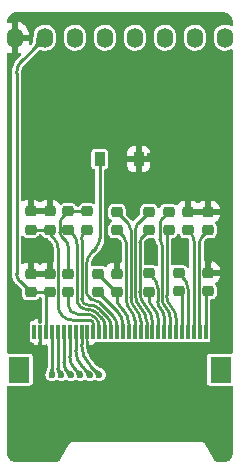
<source format=gbr>
%TF.GenerationSoftware,KiCad,Pcbnew,(6.0.6)*%
%TF.CreationDate,2022-07-10T16:05:05+02:00*%
%TF.ProjectId,epd,6570642e-6b69-4636-9164-5f7063625858,rev?*%
%TF.SameCoordinates,Original*%
%TF.FileFunction,Copper,L2,Bot*%
%TF.FilePolarity,Positive*%
%FSLAX46Y46*%
G04 Gerber Fmt 4.6, Leading zero omitted, Abs format (unit mm)*
G04 Created by KiCad (PCBNEW (6.0.6)) date 2022-07-10 16:05:05*
%MOMM*%
%LPD*%
G01*
G04 APERTURE LIST*
G04 Aperture macros list*
%AMRoundRect*
0 Rectangle with rounded corners*
0 $1 Rounding radius*
0 $2 $3 $4 $5 $6 $7 $8 $9 X,Y pos of 4 corners*
0 Add a 4 corners polygon primitive as box body*
4,1,4,$2,$3,$4,$5,$6,$7,$8,$9,$2,$3,0*
0 Add four circle primitives for the rounded corners*
1,1,$1+$1,$2,$3*
1,1,$1+$1,$4,$5*
1,1,$1+$1,$6,$7*
1,1,$1+$1,$8,$9*
0 Add four rect primitives between the rounded corners*
20,1,$1+$1,$2,$3,$4,$5,0*
20,1,$1+$1,$4,$5,$6,$7,0*
20,1,$1+$1,$6,$7,$8,$9,0*
20,1,$1+$1,$8,$9,$2,$3,0*%
G04 Aperture macros list end*
%TA.AperFunction,SMDPad,CuDef*%
%ADD10RoundRect,0.225000X-0.250000X0.225000X-0.250000X-0.225000X0.250000X-0.225000X0.250000X0.225000X0*%
%TD*%
%TA.AperFunction,SMDPad,CuDef*%
%ADD11R,0.900000X1.200000*%
%TD*%
%TA.AperFunction,SMDPad,CuDef*%
%ADD12RoundRect,0.225000X0.250000X-0.225000X0.250000X0.225000X-0.250000X0.225000X-0.250000X-0.225000X0*%
%TD*%
%TA.AperFunction,SMDPad,CuDef*%
%ADD13R,0.300000X1.300000*%
%TD*%
%TA.AperFunction,SMDPad,CuDef*%
%ADD14R,1.800000X2.200000*%
%TD*%
%TA.AperFunction,ComponentPad*%
%ADD15O,1.400000X1.700000*%
%TD*%
%TA.AperFunction,ViaPad*%
%ADD16C,0.600000*%
%TD*%
%TA.AperFunction,Conductor*%
%ADD17C,0.200000*%
%TD*%
%TA.AperFunction,Conductor*%
%ADD18C,0.250000*%
%TD*%
G04 APERTURE END LIST*
D10*
%TO.P,C14,1*%
%TO.N,/C1P*%
X162712320Y-90224772D03*
%TO.P,C14,2*%
%TO.N,/C1N*%
X162712320Y-91774772D03*
%TD*%
%TO.P,C10,1*%
%TO.N,/C5P*%
X157492320Y-85049772D03*
%TO.P,C10,2*%
%TO.N,/C5N*%
X157492320Y-86599772D03*
%TD*%
D11*
%TO.P,D1,1,K*%
%TO.N,GND*%
X159342320Y-80574772D03*
%TO.P,D1,2,A*%
%TO.N,/VGL*%
X156042320Y-80574772D03*
%TD*%
D10*
%TO.P,C8,1*%
%TO.N,Net-(C6-Pad1)*%
X154992320Y-84999772D03*
%TO.P,C8,2*%
%TO.N,/VGH*%
X154992320Y-86549772D03*
%TD*%
D12*
%TO.P,C13,1*%
%TO.N,/C2P*%
X161862320Y-86599772D03*
%TO.P,C13,2*%
%TO.N,/C2N*%
X161862320Y-85049772D03*
%TD*%
%TO.P,C1,1*%
%TO.N,+3.3V*%
X151792320Y-91849772D03*
%TO.P,C1,2*%
%TO.N,GND*%
X151792320Y-90299772D03*
%TD*%
D10*
%TO.P,C9,1*%
%TO.N,/C6P*%
X155892320Y-90299772D03*
%TO.P,C9,2*%
%TO.N,/C6N*%
X155892320Y-91849772D03*
%TD*%
D12*
%TO.P,C5,1*%
%TO.N,+3.3V*%
X150192320Y-91849772D03*
%TO.P,C5,2*%
%TO.N,GND*%
X150192320Y-90299772D03*
%TD*%
D10*
%TO.P,C12,1*%
%TO.N,/C3P*%
X160212320Y-90249772D03*
%TO.P,C12,2*%
%TO.N,/C3N*%
X160212320Y-91799772D03*
%TD*%
%TO.P,C7,1*%
%TO.N,Net-(C6-Pad1)*%
X153392320Y-84999772D03*
%TO.P,C7,2*%
%TO.N,/VDH*%
X153392320Y-86549772D03*
%TD*%
D12*
%TO.P,C11,1*%
%TO.N,/C4P*%
X160212320Y-86599772D03*
%TO.P,C11,2*%
%TO.N,/C4N*%
X160212320Y-85049772D03*
%TD*%
D10*
%TO.P,C2,1*%
%TO.N,GND*%
X150192320Y-85000088D03*
%TO.P,C2,2*%
%TO.N,/VDDD*%
X150192320Y-86550088D03*
%TD*%
%TO.P,C3,1*%
%TO.N,GND*%
X151792320Y-85000088D03*
%TO.P,C3,2*%
%TO.N,/VDDD*%
X151792320Y-86550088D03*
%TD*%
%TO.P,C6,1*%
%TO.N,Net-(C6-Pad1)*%
X153392320Y-90299772D03*
%TO.P,C6,2*%
%TO.N,/VDL*%
X153392320Y-91849772D03*
%TD*%
%TO.P,C4,1*%
%TO.N,GND*%
X157492320Y-90299772D03*
%TO.P,C4,2*%
%TO.N,/C6P*%
X157492320Y-91849772D03*
%TD*%
D13*
%TO.P,J1,1,Pin_1*%
%TO.N,/VCOM*%
X165000000Y-95200000D03*
%TO.P,J1,2,Pin_2*%
%TO.N,/VCOMH*%
X164500000Y-95200000D03*
%TO.P,J1,3,Pin_3*%
%TO.N,/VCOML*%
X164000000Y-95200000D03*
%TO.P,J1,4,Pin_4*%
%TO.N,/C1P*%
X163500000Y-95200000D03*
%TO.P,J1,5,Pin_5*%
%TO.N,/C1N*%
X163000000Y-95200000D03*
%TO.P,J1,6,Pin_6*%
%TO.N,/C2P*%
X162500000Y-95200000D03*
%TO.P,J1,7,Pin_7*%
%TO.N,/C2N*%
X162000000Y-95200000D03*
%TO.P,J1,8,Pin_8*%
%TO.N,/C3P*%
X161500000Y-95200000D03*
%TO.P,J1,9,Pin_9*%
%TO.N,/C3N*%
X161000000Y-95200000D03*
%TO.P,J1,10,Pin_10*%
%TO.N,/C4P*%
X160500000Y-95200000D03*
%TO.P,J1,11,Pin_11*%
%TO.N,/C4N*%
X160000000Y-95200000D03*
%TO.P,J1,12,Pin_12*%
%TO.N,/C5P*%
X159500000Y-95200000D03*
%TO.P,J1,13,Pin_13*%
%TO.N,/C5N*%
X159000000Y-95200000D03*
%TO.P,J1,14,Pin_14*%
%TO.N,/C6P*%
X158500000Y-95200000D03*
%TO.P,J1,15,Pin_15*%
%TO.N,/C6N*%
X158000000Y-95200000D03*
%TO.P,J1,16,Pin_16*%
%TO.N,/VGL*%
X157500000Y-95200000D03*
%TO.P,J1,17,Pin_17*%
%TO.N,/VGH*%
X157000000Y-95200000D03*
%TO.P,J1,18,Pin_18*%
%TO.N,/VDH*%
X156500000Y-95200000D03*
%TO.P,J1,19,Pin_19*%
%TO.N,/VDL*%
X156000000Y-95200000D03*
%TO.P,J1,20,Pin_20*%
%TO.N,/VDDD*%
X155500000Y-95200000D03*
%TO.P,J1,21,Pin_21*%
%TO.N,GND*%
X155000000Y-95200000D03*
%TO.P,J1,22,Pin_22*%
%TO.N,BUSY*%
X154500000Y-95200000D03*
%TO.P,J1,23,Pin_23*%
%TO.N,RST*%
X154000000Y-95200000D03*
%TO.P,J1,24,Pin_24*%
%TO.N,DC*%
X153500000Y-95200000D03*
%TO.P,J1,25,Pin_25*%
%TO.N,CS*%
X153000000Y-95200000D03*
%TO.P,J1,26,Pin_26*%
%TO.N,SCK*%
X152500000Y-95200000D03*
%TO.P,J1,27,Pin_27*%
%TO.N,DIN*%
X152000000Y-95200000D03*
%TO.P,J1,28,Pin_28*%
%TO.N,+3.3V*%
X151500000Y-95200000D03*
%TO.P,J1,29,Pin_29*%
%TO.N,GND*%
X151000000Y-95200000D03*
%TO.P,J1,30,Pin_30*%
%TO.N,unconnected-(J1-Pad30)*%
X150500000Y-95200000D03*
D14*
%TO.P,J1,MP*%
%TO.N,N/C*%
X149200000Y-98400000D03*
X166300000Y-98400000D03*
%TD*%
D10*
%TO.P,C16,1*%
%TO.N,GND*%
X165212320Y-85049772D03*
%TO.P,C16,2*%
%TO.N,/VCOMH*%
X165212320Y-86599772D03*
%TD*%
%TO.P,C17,1*%
%TO.N,GND*%
X165212320Y-90199772D03*
%TO.P,C17,2*%
%TO.N,/VCOM*%
X165212320Y-91749772D03*
%TD*%
%TO.P,C15,1*%
%TO.N,GND*%
X163512320Y-85049772D03*
%TO.P,C15,2*%
%TO.N,/VCOML*%
X163512320Y-86599772D03*
%TD*%
D15*
%TO.P,J2,1,Pin_1*%
%TO.N,GND*%
X148860000Y-70300000D03*
%TO.P,J2,2,Pin_2*%
%TO.N,+3.3V*%
X151400000Y-70300000D03*
%TO.P,J2,3,Pin_3*%
%TO.N,DIN*%
X153940000Y-70300000D03*
%TO.P,J2,4,Pin_4*%
%TO.N,SCK*%
X156480000Y-70300000D03*
%TO.P,J2,5,Pin_5*%
%TO.N,CS*%
X159020000Y-70300000D03*
%TO.P,J2,6,Pin_6*%
%TO.N,DC*%
X161560000Y-70300000D03*
%TO.P,J2,7,Pin_7*%
%TO.N,RST*%
X164100000Y-70300000D03*
%TO.P,J2,8,Pin_8*%
%TO.N,BUSY*%
X166640000Y-70300000D03*
%TD*%
D16*
%TO.N,GND*%
X162830000Y-77780000D03*
X162830000Y-75240000D03*
X165370000Y-77780000D03*
X150130000Y-72700000D03*
X165370000Y-72700000D03*
X162737800Y-89200000D03*
X160290000Y-80320000D03*
X162830000Y-101900000D03*
X157750000Y-75240000D03*
X152670000Y-101900000D03*
X150190200Y-89204800D03*
X160223200Y-89204800D03*
X162830000Y-80320000D03*
X152670000Y-80320000D03*
X155210000Y-75240000D03*
X165370000Y-96820000D03*
X165227000Y-83950000D03*
X165370000Y-75240000D03*
X152670000Y-77780000D03*
X160290000Y-83950000D03*
X160290000Y-101900000D03*
X157750000Y-77780000D03*
X152670000Y-72700000D03*
X155879800Y-89204800D03*
X155210000Y-77780000D03*
X157750000Y-83950000D03*
X162830000Y-72700000D03*
X163525200Y-83947000D03*
X155210000Y-72700000D03*
X150190200Y-83950000D03*
X157750000Y-101900000D03*
X155210000Y-83950000D03*
X165370000Y-80320000D03*
X150130000Y-75240000D03*
X157505400Y-89204800D03*
X150130000Y-80320000D03*
X155210000Y-101900000D03*
X150130000Y-96820000D03*
X162830000Y-96820000D03*
X165303200Y-89200000D03*
X160290000Y-75240000D03*
X151790400Y-89204800D03*
X157750000Y-96820000D03*
X152670000Y-75240000D03*
X150130000Y-101900000D03*
X160290000Y-96820000D03*
X151790400Y-83947000D03*
X165370000Y-101900000D03*
X157750000Y-72700000D03*
X150130000Y-77780000D03*
X160290000Y-72700000D03*
X160290000Y-77780000D03*
X157750000Y-80320000D03*
%TO.N,DIN*%
X152000000Y-98825000D03*
%TO.N,SCK*%
X152800000Y-98825000D03*
%TO.N,CS*%
X153600000Y-98825000D03*
%TO.N,DC*%
X154400000Y-98825000D03*
%TO.N,RST*%
X155200000Y-98825000D03*
%TO.N,BUSY*%
X156000000Y-98825000D03*
%TD*%
D17*
%TO.N,GND*%
X155000000Y-96046600D02*
X155016200Y-96062800D01*
X155000000Y-95200000D02*
X155000000Y-96046600D01*
D18*
X151000000Y-95200000D02*
X151000000Y-96161400D01*
%TO.N,+3.3V*%
X149000000Y-90283282D02*
X149000000Y-73279064D01*
X149409460Y-72290540D02*
X151400000Y-70300000D01*
X151585618Y-91849772D02*
X150192320Y-91849772D01*
X151500000Y-92348793D02*
X151500000Y-95200000D01*
X149264578Y-90922030D02*
X150192320Y-91849772D01*
X151585618Y-91849776D02*
G75*
G02*
X151646159Y-91995931I-18J-85624D01*
G01*
X149264574Y-90922034D02*
G75*
G02*
X149000000Y-90283282I638726J638734D01*
G01*
X148999980Y-73279064D02*
G75*
G02*
X149409461Y-72290541I1398020J-36D01*
G01*
X151499990Y-92348793D02*
G75*
G02*
X151646161Y-91995933I499010J-7D01*
G01*
%TO.N,DIN*%
X152000000Y-98825000D02*
X152000000Y-95200000D01*
%TO.N,SCK*%
X152500000Y-98312867D02*
X152500000Y-95200000D01*
X152650000Y-98675000D02*
X152800000Y-98825000D01*
X152649991Y-98675009D02*
G75*
G02*
X152500000Y-98312867I362109J362109D01*
G01*
%TO.N,CS*%
X153000000Y-97800735D02*
X153000000Y-95200000D01*
X153600000Y-98825000D02*
X153300000Y-98525000D01*
X153300011Y-98524989D02*
G75*
G02*
X153000000Y-97800735I724289J724289D01*
G01*
%TO.N,DC*%
X153950000Y-98375000D02*
X154400000Y-98825000D01*
X153500000Y-97288603D02*
X153500000Y-95200000D01*
X153950001Y-98374999D02*
G75*
G02*
X153500000Y-97288603I1086399J1086399D01*
G01*
%TO.N,RST*%
X155200000Y-98825000D02*
X154600000Y-98225000D01*
X154000000Y-96776471D02*
X154000000Y-95200000D01*
X154599992Y-98225008D02*
G75*
G02*
X154000000Y-96776471I1448508J1448508D01*
G01*
%TO.N,BUSY*%
X154500000Y-96264339D02*
X154500000Y-95200000D01*
X155250000Y-98075000D02*
X156000000Y-98825000D01*
X155250012Y-98074988D02*
G75*
G02*
X154500000Y-96264339I1810688J1810688D01*
G01*
%TO.N,/VDDD*%
X153725950Y-94208600D02*
X155208460Y-94208600D01*
X155500000Y-94500139D02*
X155500000Y-95200000D01*
X151604978Y-86550088D02*
X150192320Y-86550088D01*
X152519320Y-88165838D02*
X152519320Y-93001969D01*
X152155820Y-87288272D02*
X151924790Y-87057242D01*
X155208460Y-94208617D02*
G75*
G02*
X155414610Y-94293990I40J-291483D01*
G01*
X151604978Y-86550080D02*
G75*
G02*
X151792320Y-86737430I22J-187320D01*
G01*
X153725950Y-94208643D02*
G75*
G02*
X152872735Y-93855185I50J1206643D01*
G01*
X151924806Y-87057226D02*
G75*
G02*
X151792320Y-86737430I319794J319826D01*
G01*
X152519306Y-88165838D02*
G75*
G03*
X152155820Y-87288272I-1241006J38D01*
G01*
X155499983Y-94500139D02*
G75*
G03*
X155414610Y-94293990I-291483J39D01*
G01*
X152872708Y-93855212D02*
G75*
G02*
X152519320Y-93001969I853292J853212D01*
G01*
%TO.N,/VGL*%
X157157920Y-93890372D02*
X155951754Y-92684206D01*
X155035469Y-92142501D02*
X155312305Y-92419337D01*
X154873320Y-91751038D02*
X154873320Y-89751379D01*
X156042320Y-87292053D02*
X156042320Y-80574772D01*
X155457820Y-88340272D02*
X155714441Y-88083642D01*
X157500000Y-94716226D02*
X157500000Y-95200000D01*
X155632030Y-92551742D02*
G75*
G02*
X155951754Y-92684206I-30J-452158D01*
G01*
X157499991Y-94716226D02*
G75*
G03*
X157157920Y-93890372I-1167891J26D01*
G01*
X155632030Y-92551746D02*
G75*
G02*
X155312305Y-92419337I-30J452146D01*
G01*
X155035495Y-92142475D02*
G75*
G02*
X154873320Y-91751038I391405J391475D01*
G01*
X154873298Y-89751379D02*
G75*
G02*
X155457820Y-88340272I1995602J-21D01*
G01*
X155714470Y-88083671D02*
G75*
G03*
X156042320Y-87292053I-791670J791571D01*
G01*
%TO.N,/VDL*%
X154893026Y-93697772D02*
X154114426Y-93697772D01*
X156000000Y-94773111D02*
X156000000Y-95200000D01*
X153392320Y-92975665D02*
X153392320Y-91849772D01*
X155698143Y-94044365D02*
X155675775Y-94021997D01*
X154114426Y-93697763D02*
G75*
G02*
X153603820Y-93486272I-26J722063D01*
G01*
X155999992Y-94773111D02*
G75*
G03*
X155698143Y-94044365I-1030592J11D01*
G01*
X153603808Y-93486284D02*
G75*
G02*
X153392320Y-92975665I510592J510584D01*
G01*
X154893026Y-93697740D02*
G75*
G02*
X155675775Y-94021997I-26J-1106960D01*
G01*
%TO.N,/VDH*%
X156500000Y-94756532D02*
X156500000Y-95200000D01*
X154119320Y-92434783D02*
X154119320Y-87790838D01*
X153755820Y-86913272D02*
X153392320Y-86549772D01*
X155005308Y-93320772D02*
X155073014Y-93320772D01*
X156186420Y-93999484D02*
X155815084Y-93628147D01*
X156499985Y-94756532D02*
G75*
G03*
X156186420Y-93999484I-1070585J32D01*
G01*
X155073014Y-93320757D02*
G75*
G02*
X155815084Y-93628147I-14J-1049443D01*
G01*
X155005308Y-93320770D02*
G75*
G02*
X154378821Y-93061271I-8J885970D01*
G01*
X154378814Y-93061278D02*
G75*
G02*
X154119320Y-92434783I626486J626478D01*
G01*
X154119306Y-87790838D02*
G75*
G03*
X153755820Y-86913272I-1241006J38D01*
G01*
%TO.N,/VGH*%
X154496320Y-87396496D02*
X154496320Y-92406033D01*
X154744320Y-86797772D02*
X154992320Y-86549772D01*
X155237594Y-92943772D02*
X155034058Y-92943772D01*
X157000000Y-94739953D02*
X157000000Y-95200000D01*
X156674697Y-93954603D02*
X155965289Y-93245193D01*
X155237594Y-92943780D02*
G75*
G02*
X155965289Y-93245193I6J-1029120D01*
G01*
X155034058Y-92943791D02*
G75*
G02*
X154653820Y-92786272I42J537791D01*
G01*
X157000019Y-94739953D02*
G75*
G03*
X156674697Y-93954603I-1110719J-47D01*
G01*
X154496305Y-87396496D02*
G75*
G02*
X154744320Y-86797772I846695J-4D01*
G01*
X154653828Y-92786264D02*
G75*
G02*
X154496320Y-92406033I380272J380264D01*
G01*
%TO.N,/C6P*%
X158500000Y-94516226D02*
X158500000Y-95200000D01*
X157492320Y-91874772D02*
X157492320Y-92337272D01*
X157424642Y-91832094D02*
X155892320Y-90299772D01*
X158016498Y-93348950D02*
X157837034Y-93169486D01*
X157837030Y-93169490D02*
G75*
G02*
X157492320Y-92337272I832170J832190D01*
G01*
X158499974Y-94516226D02*
G75*
G03*
X158016497Y-93348951I-1650774J26D01*
G01*
X157467320Y-91849752D02*
G75*
G02*
X157424643Y-91832093I-20J60352D01*
G01*
X157467320Y-91849780D02*
G75*
G02*
X157492320Y-91874772I-20J-25020D01*
G01*
%TO.N,/C6N*%
X158000000Y-94578726D02*
X158000000Y-95200000D01*
X157560692Y-93518144D02*
X155892320Y-91849772D01*
X157999978Y-94578726D02*
G75*
G03*
X157560692Y-93518144I-1499878J26D01*
G01*
%TO.N,/C5P*%
X158441591Y-85999043D02*
X157492320Y-85049772D01*
X158679000Y-92297759D02*
X158679000Y-86572199D01*
X159500000Y-94279828D02*
X159500000Y-95200000D01*
X158678990Y-86572199D02*
G75*
G03*
X158441591Y-85999043I-810590J-1D01*
G01*
X159499989Y-94279828D02*
G75*
G03*
X159089499Y-93288795I-1401489J28D01*
G01*
X159089487Y-93288807D02*
G75*
G02*
X158679000Y-92297759I991013J991007D01*
G01*
%TO.N,/C5N*%
X158302000Y-87711950D02*
X158302000Y-92540891D01*
X159000000Y-94226012D02*
X159000000Y-95200000D01*
X158088102Y-87195554D02*
X157492320Y-86599772D01*
X158301963Y-87711950D02*
G75*
G03*
X158088102Y-87195554I-730263J50D01*
G01*
X158650988Y-93383464D02*
G75*
G02*
X158302000Y-92540891I842612J842564D01*
G01*
X158999979Y-94226012D02*
G75*
G03*
X158651000Y-93383452I-1191579J12D01*
G01*
%TO.N,/C4P*%
X159433000Y-87636968D02*
X159433000Y-91811495D01*
X160500000Y-94387460D02*
X160500000Y-95200000D01*
X159615346Y-87196746D02*
X160212320Y-86599772D01*
X160500022Y-94387460D02*
G75*
G03*
X159966500Y-93099478I-1821522J-40D01*
G01*
X159432987Y-87636968D02*
G75*
G02*
X159615346Y-87196746I622613J-32D01*
G01*
X159966494Y-93099484D02*
G75*
G02*
X159433000Y-91811495I1288006J1287984D01*
G01*
%TO.N,/C4N*%
X160000000Y-94333644D02*
X160000000Y-95200000D01*
X159056000Y-92054627D02*
X159056000Y-86511479D01*
X159271941Y-85990151D02*
X160212320Y-85049772D01*
X159055995Y-86511479D02*
G75*
G02*
X159271942Y-85990152I737305J-21D01*
G01*
X159528015Y-93194121D02*
G75*
G02*
X159056000Y-92054627I1139485J1139521D01*
G01*
X159999970Y-94333644D02*
G75*
G03*
X159527999Y-93194137I-1611470J44D01*
G01*
%TO.N,/C3P*%
X161500000Y-93961001D02*
X161500000Y-95200000D01*
X160942320Y-92614642D02*
X160942320Y-91495959D01*
X160577320Y-90614772D02*
X160212320Y-90249772D01*
X160942338Y-91495959D02*
G75*
G03*
X160577319Y-90614773I-1246238J-41D01*
G01*
X161221189Y-93287793D02*
G75*
G02*
X160942320Y-92614642I673111J673193D01*
G01*
X161500004Y-93961001D02*
G75*
G03*
X161221159Y-93287823I-952004J1D01*
G01*
%TO.N,/C3N*%
X160570246Y-93170066D02*
X160606160Y-93205980D01*
X161000000Y-94156793D02*
X161000000Y-95200000D01*
X160212320Y-92305956D02*
X160212320Y-91799772D01*
X160999990Y-94156793D02*
G75*
G03*
X160606159Y-93205981I-1344690J-7D01*
G01*
X160570236Y-93170076D02*
G75*
G02*
X160212320Y-92305956I864064J864076D01*
G01*
%TO.N,/C2P*%
X161779320Y-86682772D02*
X161862320Y-86599772D01*
X161696320Y-86883151D02*
X161696320Y-92127326D01*
X162500000Y-94067581D02*
X162500000Y-95200000D01*
X162098171Y-93097443D02*
G75*
G02*
X161696320Y-92127326I970129J970143D01*
G01*
X161696357Y-86883151D02*
G75*
G02*
X161779320Y-86682772I283343J51D01*
G01*
X162500003Y-94067581D02*
G75*
G03*
X162098160Y-93097454I-1372003J-19D01*
G01*
%TO.N,/C2N*%
X161135320Y-86070994D02*
X161135320Y-87392244D01*
X161319320Y-92370458D02*
X161319320Y-87836459D01*
X162000000Y-94013765D02*
X162000000Y-95200000D01*
X161343366Y-85568726D02*
X161862320Y-85049772D01*
X162000022Y-94013765D02*
G75*
G03*
X161659660Y-93192112I-1162022J-35D01*
G01*
X161135306Y-86070994D02*
G75*
G02*
X161343366Y-85568726I710294J-6D01*
G01*
X161319344Y-87836459D02*
G75*
G03*
X161227319Y-87614353I-314144J-41D01*
G01*
X161227348Y-87614324D02*
G75*
G02*
X161135320Y-87392244I222052J222124D01*
G01*
X161659642Y-93192130D02*
G75*
G02*
X161319320Y-92370458I821658J821630D01*
G01*
%TO.N,/C1P*%
X163106160Y-90618612D02*
X162712320Y-90224772D01*
X163500000Y-91569425D02*
X163500000Y-95200000D01*
X163499968Y-91569425D02*
G75*
G03*
X163106160Y-90618612I-1344668J25D01*
G01*
%TO.N,/C1N*%
X163000000Y-92062452D02*
X162712320Y-91774772D01*
X163000000Y-95200000D02*
X163000000Y-92062452D01*
%TO.N,/VCOML*%
X163724750Y-86812202D02*
X163512320Y-86599772D01*
X164000000Y-87476714D02*
X164000000Y-95200000D01*
X163999978Y-87476714D02*
G75*
G03*
X163724749Y-86812203I-939778J14D01*
G01*
%TO.N,/VCOMH*%
X164722975Y-87089117D02*
X165212320Y-86599772D01*
X164492660Y-95192660D02*
X164500000Y-95200000D01*
X164485320Y-87662867D02*
X164485320Y-95174939D01*
X164492676Y-95192644D02*
G75*
G02*
X164485320Y-95174939I17724J17744D01*
G01*
X164485290Y-87662867D02*
G75*
G02*
X164722975Y-87089117I811410J-33D01*
G01*
%TO.N,/VCOM*%
X165000000Y-92112224D02*
X165000000Y-95200000D01*
X165106160Y-91855932D02*
X165212320Y-91749772D01*
X165000003Y-92112224D02*
G75*
G02*
X165106161Y-91855933I362397J24D01*
G01*
%TO.N,Net-(C6-Pad1)*%
X153085864Y-87392898D02*
X152794403Y-87101428D01*
X153028820Y-85363272D02*
X152990357Y-85401737D01*
X152665320Y-86789787D02*
X152665320Y-86186478D01*
X153392320Y-88132763D02*
X153392320Y-90299772D01*
X153906386Y-84999772D02*
X154992320Y-84999772D01*
X153392352Y-88132763D02*
G75*
G03*
X153085864Y-87392898I-1046352J-37D01*
G01*
X153028835Y-85363287D02*
G75*
G02*
X153906386Y-84999772I877565J-877513D01*
G01*
X152665292Y-86186478D02*
G75*
G02*
X152990357Y-85401737I1109808J-22D01*
G01*
X152794387Y-87101444D02*
G75*
G02*
X152665320Y-86789787I311713J311644D01*
G01*
%TD*%
%TA.AperFunction,Conductor*%
%TO.N,DIN*%
G36*
X152121870Y-98238427D02*
G01*
X152125293Y-98246399D01*
X152126711Y-98301522D01*
X152131731Y-98357986D01*
X152139883Y-98406446D01*
X152150994Y-98448958D01*
X152164888Y-98487578D01*
X152181391Y-98524360D01*
X152181457Y-98524490D01*
X152181458Y-98524491D01*
X152200309Y-98561324D01*
X152200328Y-98561362D01*
X152221500Y-98600592D01*
X152221525Y-98600638D01*
X152244753Y-98644142D01*
X152244880Y-98644388D01*
X152266270Y-98686833D01*
X152266933Y-98695763D01*
X152264255Y-98700208D01*
X152008433Y-98966231D01*
X152000229Y-98969819D01*
X151991567Y-98966231D01*
X151735745Y-98700208D01*
X151732480Y-98691869D01*
X151733730Y-98686833D01*
X151755119Y-98644388D01*
X151755246Y-98644142D01*
X151778449Y-98600684D01*
X151778474Y-98600638D01*
X151799671Y-98561362D01*
X151799690Y-98561324D01*
X151818541Y-98524491D01*
X151818542Y-98524490D01*
X151818608Y-98524360D01*
X151835111Y-98487578D01*
X151849005Y-98448958D01*
X151860116Y-98406446D01*
X151868268Y-98357986D01*
X151873288Y-98301522D01*
X151874707Y-98246399D01*
X151878345Y-98238217D01*
X151886403Y-98235000D01*
X152113597Y-98235000D01*
X152121870Y-98238427D01*
G37*
%TD.AperFunction*%
%TD*%
%TA.AperFunction,Conductor*%
%TO.N,DC*%
G36*
X154079465Y-98327273D02*
G01*
X154119445Y-98365247D01*
X154162920Y-98401623D01*
X154202951Y-98430125D01*
X154203185Y-98430262D01*
X154203188Y-98430264D01*
X154240634Y-98452193D01*
X154240642Y-98452197D01*
X154240867Y-98452329D01*
X154278000Y-98469813D01*
X154278202Y-98469890D01*
X154278214Y-98469895D01*
X154305822Y-98480402D01*
X154315678Y-98484153D01*
X154355233Y-98496926D01*
X154355282Y-98496941D01*
X154355302Y-98496947D01*
X154397942Y-98509694D01*
X154397993Y-98509709D01*
X154445183Y-98524048D01*
X154445446Y-98524132D01*
X154490581Y-98539019D01*
X154497364Y-98544865D01*
X154498614Y-98549901D01*
X154505828Y-98918901D01*
X154502563Y-98927240D01*
X154493901Y-98930828D01*
X154124901Y-98923614D01*
X154116697Y-98920026D01*
X154114019Y-98915581D01*
X154099132Y-98870446D01*
X154099048Y-98870183D01*
X154084709Y-98822993D01*
X154084694Y-98822942D01*
X154071947Y-98780302D01*
X154071939Y-98780276D01*
X154071926Y-98780233D01*
X154059153Y-98740678D01*
X154055402Y-98730822D01*
X154044895Y-98703214D01*
X154044890Y-98703202D01*
X154044813Y-98703000D01*
X154027329Y-98665867D01*
X154005125Y-98627951D01*
X153976623Y-98587920D01*
X153944812Y-98549901D01*
X153940371Y-98544593D01*
X153940368Y-98544590D01*
X153940247Y-98544445D01*
X153920874Y-98524048D01*
X153902273Y-98504465D01*
X153899060Y-98496106D01*
X153902483Y-98488134D01*
X154063134Y-98327483D01*
X154071407Y-98324056D01*
X154079465Y-98327273D01*
G37*
%TD.AperFunction*%
%TD*%
%TA.AperFunction,Conductor*%
%TO.N,RST*%
G36*
X154879465Y-98327273D02*
G01*
X154919445Y-98365247D01*
X154962920Y-98401623D01*
X155002951Y-98430125D01*
X155003185Y-98430262D01*
X155003188Y-98430264D01*
X155040634Y-98452193D01*
X155040642Y-98452197D01*
X155040867Y-98452329D01*
X155078000Y-98469813D01*
X155078202Y-98469890D01*
X155078214Y-98469895D01*
X155105822Y-98480402D01*
X155115678Y-98484153D01*
X155155233Y-98496926D01*
X155155282Y-98496941D01*
X155155302Y-98496947D01*
X155197942Y-98509694D01*
X155197993Y-98509709D01*
X155245183Y-98524048D01*
X155245446Y-98524132D01*
X155290581Y-98539019D01*
X155297364Y-98544865D01*
X155298614Y-98549901D01*
X155305828Y-98918901D01*
X155302563Y-98927240D01*
X155293901Y-98930828D01*
X154924901Y-98923614D01*
X154916697Y-98920026D01*
X154914019Y-98915581D01*
X154899132Y-98870446D01*
X154899048Y-98870183D01*
X154884709Y-98822993D01*
X154884694Y-98822942D01*
X154871947Y-98780302D01*
X154871939Y-98780276D01*
X154871926Y-98780233D01*
X154859153Y-98740678D01*
X154855402Y-98730822D01*
X154844895Y-98703214D01*
X154844890Y-98703202D01*
X154844813Y-98703000D01*
X154827329Y-98665867D01*
X154805125Y-98627951D01*
X154776623Y-98587920D01*
X154744812Y-98549901D01*
X154740371Y-98544593D01*
X154740368Y-98544590D01*
X154740247Y-98544445D01*
X154720874Y-98524048D01*
X154702273Y-98504465D01*
X154699060Y-98496106D01*
X154702483Y-98488134D01*
X154863134Y-98327483D01*
X154871407Y-98324056D01*
X154879465Y-98327273D01*
G37*
%TD.AperFunction*%
%TD*%
%TA.AperFunction,Conductor*%
%TO.N,BUSY*%
G36*
X155679465Y-98327273D02*
G01*
X155719445Y-98365247D01*
X155762920Y-98401623D01*
X155802951Y-98430125D01*
X155803185Y-98430262D01*
X155803188Y-98430264D01*
X155840634Y-98452193D01*
X155840642Y-98452197D01*
X155840867Y-98452329D01*
X155878000Y-98469813D01*
X155878202Y-98469890D01*
X155878214Y-98469895D01*
X155905822Y-98480402D01*
X155915678Y-98484153D01*
X155955233Y-98496926D01*
X155955282Y-98496941D01*
X155955302Y-98496947D01*
X155997942Y-98509694D01*
X155997993Y-98509709D01*
X156045183Y-98524048D01*
X156045446Y-98524132D01*
X156090581Y-98539019D01*
X156097364Y-98544865D01*
X156098614Y-98549901D01*
X156105828Y-98918901D01*
X156102563Y-98927240D01*
X156093901Y-98930828D01*
X155724901Y-98923614D01*
X155716697Y-98920026D01*
X155714019Y-98915581D01*
X155699132Y-98870446D01*
X155699048Y-98870183D01*
X155684709Y-98822993D01*
X155684694Y-98822942D01*
X155671947Y-98780302D01*
X155671939Y-98780276D01*
X155671926Y-98780233D01*
X155659153Y-98740678D01*
X155655402Y-98730822D01*
X155644895Y-98703214D01*
X155644890Y-98703202D01*
X155644813Y-98703000D01*
X155627329Y-98665867D01*
X155605125Y-98627951D01*
X155576623Y-98587920D01*
X155544812Y-98549901D01*
X155540371Y-98544593D01*
X155540368Y-98544590D01*
X155540247Y-98544445D01*
X155520874Y-98524048D01*
X155502273Y-98504465D01*
X155499060Y-98496106D01*
X155502483Y-98488134D01*
X155663134Y-98327483D01*
X155671407Y-98324056D01*
X155679465Y-98327273D01*
G37*
%TD.AperFunction*%
%TD*%
%TA.AperFunction,Conductor*%
%TO.N,+3.3V*%
G36*
X151643661Y-70056016D02*
G01*
X151647249Y-70064678D01*
X151629889Y-70952690D01*
X151626301Y-70960894D01*
X151621534Y-70963673D01*
X151489512Y-71003055D01*
X151488561Y-71003295D01*
X151363164Y-71029406D01*
X151362448Y-71029531D01*
X151248066Y-71045870D01*
X151247828Y-71045901D01*
X151141409Y-71058214D01*
X151040128Y-71072262D01*
X151039894Y-71072313D01*
X151039888Y-71072314D01*
X150941392Y-71093752D01*
X150941385Y-71093754D01*
X150941045Y-71093828D01*
X150841102Y-71128713D01*
X150737239Y-71182714D01*
X150736909Y-71182949D01*
X150736904Y-71182952D01*
X150626674Y-71261433D01*
X150626670Y-71261436D01*
X150626395Y-71261632D01*
X150513763Y-71363782D01*
X150505335Y-71366800D01*
X150497632Y-71363387D01*
X150336613Y-71202368D01*
X150333186Y-71194095D01*
X150336218Y-71186236D01*
X150438367Y-71073604D01*
X150438566Y-71073325D01*
X150517047Y-70963095D01*
X150517050Y-70963090D01*
X150517285Y-70962760D01*
X150571286Y-70858897D01*
X150606171Y-70758954D01*
X150627737Y-70659871D01*
X150641785Y-70558590D01*
X150654098Y-70452171D01*
X150654129Y-70451933D01*
X150670468Y-70337551D01*
X150670594Y-70336830D01*
X150696702Y-70211446D01*
X150696944Y-70210486D01*
X150736327Y-70078464D01*
X150741976Y-70071516D01*
X150747310Y-70070111D01*
X150865152Y-70067807D01*
X151635322Y-70052751D01*
X151643661Y-70056016D01*
G37*
%TD.AperFunction*%
%TD*%
%TA.AperFunction,Conductor*%
%TO.N,CS*%
G36*
X153237588Y-98235622D02*
G01*
X153271218Y-98292770D01*
X153271359Y-98293009D01*
X153271521Y-98293232D01*
X153271523Y-98293235D01*
X153309579Y-98345600D01*
X153310386Y-98346711D01*
X153310624Y-98346968D01*
X153310627Y-98346971D01*
X153349461Y-98388803D01*
X153349467Y-98388808D01*
X153349730Y-98389092D01*
X153350033Y-98389340D01*
X153350036Y-98389343D01*
X153389853Y-98421958D01*
X153389857Y-98421961D01*
X153390160Y-98422209D01*
X153432441Y-98448121D01*
X153432753Y-98448265D01*
X153432758Y-98448268D01*
X153477123Y-98468785D01*
X153477130Y-98468788D01*
X153477340Y-98468885D01*
X153525624Y-98486558D01*
X153538392Y-98490610D01*
X153578043Y-98503194D01*
X153578059Y-98503199D01*
X153635345Y-98520844D01*
X153635559Y-98520913D01*
X153690574Y-98539022D01*
X153697361Y-98544863D01*
X153698614Y-98549906D01*
X153705828Y-98918901D01*
X153702563Y-98927240D01*
X153693901Y-98930828D01*
X153324608Y-98923608D01*
X153316404Y-98920020D01*
X153313856Y-98915948D01*
X153290674Y-98852896D01*
X153290665Y-98852874D01*
X153290623Y-98852759D01*
X153265572Y-98792508D01*
X153240731Y-98739846D01*
X153215374Y-98691921D01*
X153188771Y-98645882D01*
X153186911Y-98642823D01*
X153186259Y-98641589D01*
X153164198Y-98593067D01*
X153164196Y-98593065D01*
X153163852Y-98592307D01*
X153150115Y-98576365D01*
X153148560Y-98574047D01*
X153147708Y-98572375D01*
X153140564Y-98565231D01*
X153139985Y-98564608D01*
X153137527Y-98561756D01*
X153136430Y-98560254D01*
X153128972Y-98548136D01*
X153128919Y-98548050D01*
X153094247Y-98490610D01*
X153094143Y-98490433D01*
X153055422Y-98423660D01*
X153055296Y-98423438D01*
X153017308Y-98354500D01*
X153016316Y-98345600D01*
X153022023Y-98338544D01*
X153221972Y-98231247D01*
X153230882Y-98230354D01*
X153237588Y-98235622D01*
G37*
%TD.AperFunction*%
%TD*%
%TA.AperFunction,Conductor*%
%TO.N,SCK*%
G36*
X152622566Y-98318002D02*
G01*
X152625979Y-98325245D01*
X152629697Y-98365878D01*
X152642632Y-98406339D01*
X152662823Y-98437720D01*
X152689282Y-98461793D01*
X152721024Y-98480331D01*
X152757064Y-98495107D01*
X152796415Y-98507894D01*
X152796462Y-98507908D01*
X152796474Y-98507912D01*
X152837957Y-98520423D01*
X152838229Y-98520509D01*
X152880750Y-98534473D01*
X152881468Y-98534735D01*
X152916551Y-98548855D01*
X152922947Y-98555123D01*
X152923851Y-98560574D01*
X152896763Y-98926133D01*
X152892734Y-98934130D01*
X152884230Y-98936936D01*
X152881852Y-98936509D01*
X152507930Y-98828578D01*
X152500932Y-98822991D01*
X152499497Y-98818055D01*
X152496328Y-98766515D01*
X152496327Y-98766509D01*
X152496306Y-98766163D01*
X152486752Y-98714782D01*
X152472804Y-98669620D01*
X152455925Y-98628155D01*
X152437599Y-98587910D01*
X152437541Y-98587780D01*
X152425550Y-98560574D01*
X152419361Y-98546531D01*
X152419102Y-98545893D01*
X152414961Y-98534735D01*
X152402513Y-98501200D01*
X152402185Y-98500174D01*
X152396887Y-98480492D01*
X152388509Y-98449371D01*
X152388251Y-98448156D01*
X152386606Y-98437720D01*
X152378850Y-98388531D01*
X152378723Y-98387319D01*
X152375641Y-98327892D01*
X152378634Y-98319452D01*
X152387274Y-98315586D01*
X152614278Y-98314611D01*
X152622566Y-98318002D01*
G37*
%TD.AperFunction*%
%TD*%
%TA.AperFunction,Conductor*%
%TO.N,GND*%
G36*
X166537103Y-68156921D02*
G01*
X166550000Y-68159486D01*
X166562170Y-68157065D01*
X166569856Y-68157065D01*
X166582207Y-68157672D01*
X166683092Y-68167609D01*
X166707309Y-68172425D01*
X166823426Y-68207649D01*
X166846226Y-68217093D01*
X166953239Y-68274292D01*
X166973770Y-68288011D01*
X167067556Y-68364981D01*
X167085019Y-68382444D01*
X167161989Y-68476230D01*
X167175708Y-68496761D01*
X167232907Y-68603774D01*
X167242351Y-68626574D01*
X167277575Y-68742691D01*
X167282391Y-68766908D01*
X167292328Y-68867793D01*
X167292935Y-68880144D01*
X167292935Y-68887830D01*
X167290514Y-68900000D01*
X167292935Y-68912170D01*
X167293079Y-68912894D01*
X167295500Y-68937476D01*
X167295500Y-69206311D01*
X167275498Y-69274432D01*
X167221842Y-69320925D01*
X167151568Y-69331029D01*
X167113874Y-69319367D01*
X166974428Y-69250751D01*
X166786778Y-69201872D01*
X166695845Y-69197106D01*
X166599513Y-69192057D01*
X166599509Y-69192057D01*
X166593132Y-69191723D01*
X166401401Y-69220720D01*
X166395408Y-69222925D01*
X166225403Y-69285474D01*
X166225398Y-69285476D01*
X166219417Y-69287677D01*
X166054613Y-69389860D01*
X165913722Y-69523094D01*
X165802499Y-69681937D01*
X165725488Y-69859900D01*
X165724182Y-69866150D01*
X165724182Y-69866151D01*
X165686959Y-70044329D01*
X165685834Y-70049713D01*
X165685500Y-70056086D01*
X165685500Y-70498456D01*
X165700174Y-70642919D01*
X165758161Y-70827957D01*
X165761259Y-70833546D01*
X165794190Y-70892954D01*
X165852171Y-70997555D01*
X165978364Y-71144786D01*
X166131584Y-71263636D01*
X166137309Y-71266453D01*
X166137312Y-71266455D01*
X166281689Y-71337497D01*
X166305572Y-71349249D01*
X166493222Y-71398128D01*
X166584155Y-71402894D01*
X166680487Y-71407943D01*
X166680491Y-71407943D01*
X166686868Y-71408277D01*
X166878599Y-71379280D01*
X166899076Y-71371746D01*
X167054597Y-71314526D01*
X167054602Y-71314524D01*
X167060583Y-71312323D01*
X167103104Y-71285959D01*
X167171538Y-71267061D01*
X167239326Y-71288163D01*
X167284945Y-71342563D01*
X167295500Y-71393045D01*
X167295500Y-96919500D01*
X167275498Y-96987621D01*
X167221842Y-97034114D01*
X167169500Y-97045500D01*
X165560349Y-97045501D01*
X165374934Y-97045501D01*
X165339182Y-97052612D01*
X165312874Y-97057844D01*
X165312872Y-97057845D01*
X165300699Y-97060266D01*
X165290379Y-97067161D01*
X165290378Y-97067162D01*
X165229985Y-97107516D01*
X165216516Y-97116516D01*
X165160266Y-97200699D01*
X165145500Y-97274933D01*
X165145501Y-99525066D01*
X165160266Y-99599301D01*
X165216516Y-99683484D01*
X165300699Y-99739734D01*
X165374933Y-99754500D01*
X165560297Y-99754500D01*
X167169500Y-99754499D01*
X167237621Y-99774501D01*
X167284114Y-99828157D01*
X167295500Y-99880499D01*
X167295500Y-105462524D01*
X167293079Y-105487103D01*
X167290514Y-105500000D01*
X167292935Y-105512170D01*
X167292935Y-105519856D01*
X167292328Y-105532207D01*
X167282391Y-105633092D01*
X167277575Y-105657309D01*
X167242351Y-105773426D01*
X167232907Y-105796226D01*
X167175708Y-105903239D01*
X167161989Y-105923770D01*
X167085019Y-106017556D01*
X167067556Y-106035019D01*
X166973770Y-106111989D01*
X166953239Y-106125708D01*
X166846226Y-106182907D01*
X166823426Y-106192351D01*
X166707309Y-106227575D01*
X166683092Y-106232391D01*
X166582207Y-106242328D01*
X166569856Y-106242935D01*
X166562170Y-106242935D01*
X166550000Y-106240514D01*
X166537103Y-106243079D01*
X166512524Y-106245500D01*
X166237476Y-106245500D01*
X166212897Y-106243079D01*
X166200000Y-106240514D01*
X166187829Y-106242935D01*
X166181711Y-106242935D01*
X166168743Y-106242266D01*
X166086059Y-106233711D01*
X166060673Y-106228400D01*
X166058086Y-106227573D01*
X165963984Y-106197500D01*
X165940222Y-106187104D01*
X165851904Y-106137059D01*
X165830774Y-106122017D01*
X165754578Y-106054952D01*
X165736977Y-106035905D01*
X165687244Y-105969505D01*
X165680004Y-105958722D01*
X165676778Y-105953337D01*
X165672599Y-105941648D01*
X165664264Y-105932448D01*
X165663810Y-105931690D01*
X165649583Y-105912338D01*
X164942176Y-104709745D01*
X164941106Y-104707597D01*
X164939734Y-104700699D01*
X164917670Y-104667679D01*
X164913831Y-104661560D01*
X164909795Y-104654698D01*
X164909793Y-104654695D01*
X164906653Y-104649357D01*
X164902529Y-104644731D01*
X164901729Y-104643633D01*
X164898785Y-104639415D01*
X164890376Y-104626830D01*
X164883484Y-104616516D01*
X164873171Y-104609625D01*
X164869121Y-104605575D01*
X164864546Y-104602123D01*
X164856287Y-104592859D01*
X164845109Y-104587459D01*
X164834561Y-104582363D01*
X164819367Y-104573673D01*
X164809620Y-104567160D01*
X164809616Y-104567158D01*
X164799301Y-104560266D01*
X164787131Y-104557845D01*
X164781843Y-104555655D01*
X164776295Y-104554217D01*
X164765121Y-104548819D01*
X164752732Y-104548108D01*
X164737625Y-104547241D01*
X164732495Y-104546841D01*
X164731132Y-104546707D01*
X164725067Y-104545500D01*
X164710913Y-104545500D01*
X164703693Y-104545293D01*
X164676430Y-104543728D01*
X164676429Y-104543728D01*
X164664041Y-104543017D01*
X164657397Y-104545333D01*
X164654996Y-104545500D01*
X153744998Y-104545500D01*
X153742601Y-104545333D01*
X153735959Y-104543018D01*
X153696318Y-104545293D01*
X153689099Y-104545500D01*
X153674933Y-104545500D01*
X153668870Y-104546706D01*
X153667499Y-104546841D01*
X153662372Y-104547241D01*
X153648541Y-104548035D01*
X153634879Y-104548819D01*
X153623705Y-104554217D01*
X153618157Y-104555655D01*
X153612869Y-104557845D01*
X153600699Y-104560266D01*
X153590384Y-104567158D01*
X153590380Y-104567160D01*
X153580633Y-104573673D01*
X153565439Y-104582363D01*
X153554891Y-104587459D01*
X153543713Y-104592859D01*
X153535454Y-104602123D01*
X153530879Y-104605575D01*
X153526829Y-104609625D01*
X153516516Y-104616516D01*
X153509624Y-104626830D01*
X153501215Y-104639415D01*
X153498271Y-104643633D01*
X153497471Y-104644731D01*
X153493347Y-104649357D01*
X153490207Y-104654695D01*
X153490205Y-104654698D01*
X153486169Y-104661560D01*
X153482330Y-104667679D01*
X153460266Y-104700699D01*
X153458894Y-104707597D01*
X153457824Y-104709745D01*
X152750417Y-105912338D01*
X152736187Y-105931694D01*
X152735734Y-105932450D01*
X152727401Y-105941648D01*
X152723223Y-105953333D01*
X152720082Y-105958576D01*
X152712845Y-105969354D01*
X152663013Y-106035889D01*
X152645411Y-106054938D01*
X152569216Y-106122002D01*
X152548087Y-106137043D01*
X152503928Y-106162066D01*
X152459771Y-106187087D01*
X152436009Y-106197483D01*
X152339323Y-106228382D01*
X152313937Y-106233693D01*
X152256295Y-106239657D01*
X152231080Y-106242266D01*
X152218112Y-106242935D01*
X152212171Y-106242935D01*
X152200000Y-106240514D01*
X152187103Y-106243079D01*
X152162524Y-106245500D01*
X148987476Y-106245500D01*
X148962897Y-106243079D01*
X148950000Y-106240514D01*
X148937830Y-106242935D01*
X148930144Y-106242935D01*
X148917793Y-106242328D01*
X148816908Y-106232391D01*
X148792691Y-106227575D01*
X148676574Y-106192351D01*
X148653774Y-106182907D01*
X148546761Y-106125708D01*
X148526230Y-106111989D01*
X148432444Y-106035019D01*
X148414981Y-106017556D01*
X148338011Y-105923770D01*
X148324292Y-105903239D01*
X148267093Y-105796226D01*
X148257649Y-105773426D01*
X148222425Y-105657309D01*
X148217609Y-105633092D01*
X148207672Y-105532207D01*
X148207065Y-105519856D01*
X148207065Y-105512170D01*
X148209486Y-105500000D01*
X148206921Y-105487103D01*
X148204500Y-105462524D01*
X148204500Y-99880500D01*
X148224502Y-99812379D01*
X148278158Y-99765886D01*
X148330500Y-99754500D01*
X149939651Y-99754499D01*
X150125066Y-99754499D01*
X150160818Y-99747388D01*
X150187126Y-99742156D01*
X150187128Y-99742155D01*
X150199301Y-99739734D01*
X150209621Y-99732839D01*
X150209622Y-99732838D01*
X150273168Y-99690377D01*
X150283484Y-99683484D01*
X150339734Y-99599301D01*
X150354500Y-99525067D01*
X150354499Y-97274934D01*
X150339734Y-97200699D01*
X150283484Y-97116516D01*
X150199301Y-97060266D01*
X150125067Y-97045500D01*
X149939703Y-97045500D01*
X148330500Y-97045501D01*
X148262379Y-97025499D01*
X148215886Y-96971843D01*
X148204500Y-96919501D01*
X148204500Y-90283274D01*
X148615769Y-90283274D01*
X148617287Y-90292862D01*
X148617319Y-90293270D01*
X148617319Y-90294787D01*
X148617675Y-90297787D01*
X148632372Y-90484576D01*
X148644182Y-90533770D01*
X148678040Y-90674804D01*
X148679508Y-90680921D01*
X148681404Y-90685498D01*
X148725649Y-90792316D01*
X148756780Y-90867475D01*
X148862284Y-91039644D01*
X148865501Y-91043411D01*
X148865505Y-91043416D01*
X148946118Y-91137799D01*
X148949090Y-91141790D01*
X148949797Y-91143262D01*
X148953392Y-91147538D01*
X148957045Y-91151191D01*
X148963747Y-91158440D01*
X148984002Y-91182155D01*
X148985831Y-91184475D01*
X148986876Y-91185520D01*
X148987216Y-91185918D01*
X148992887Y-91193724D01*
X149000906Y-91199550D01*
X149009335Y-91205674D01*
X149024370Y-91218516D01*
X149425915Y-91620061D01*
X149459941Y-91682373D01*
X149462820Y-91709156D01*
X149462821Y-92120160D01*
X149469190Y-92178796D01*
X149517403Y-92307407D01*
X149522783Y-92314586D01*
X149522785Y-92314589D01*
X149586565Y-92399689D01*
X149599776Y-92417316D01*
X149606953Y-92422695D01*
X149702503Y-92494307D01*
X149702506Y-92494309D01*
X149709685Y-92499689D01*
X149718089Y-92502839D01*
X149718090Y-92502840D01*
X149830901Y-92545130D01*
X149830902Y-92545130D01*
X149838296Y-92547902D01*
X149846146Y-92548755D01*
X149846147Y-92548755D01*
X149884578Y-92552930D01*
X149896931Y-92554272D01*
X150192276Y-92554272D01*
X150487708Y-92554271D01*
X150491102Y-92553902D01*
X150491108Y-92553902D01*
X150538486Y-92548756D01*
X150538490Y-92548755D01*
X150546344Y-92547902D01*
X150674955Y-92499689D01*
X150682134Y-92494309D01*
X150682137Y-92494307D01*
X150777687Y-92422695D01*
X150784864Y-92417316D01*
X150867237Y-92307407D01*
X150870390Y-92298996D01*
X150872706Y-92294766D01*
X150922963Y-92244619D01*
X150983228Y-92229272D01*
X150991320Y-92229272D01*
X151059441Y-92249274D01*
X151105934Y-92302930D01*
X151115828Y-92348414D01*
X151115769Y-92348788D01*
X151117320Y-92358581D01*
X151117320Y-92358582D01*
X151118949Y-92368868D01*
X151120500Y-92388577D01*
X151120500Y-94380698D01*
X151100498Y-94448819D01*
X151046842Y-94495312D01*
X150976568Y-94505416D01*
X150911988Y-94475922D01*
X150891491Y-94449525D01*
X150889735Y-94450699D01*
X150871236Y-94423014D01*
X150850000Y-94353011D01*
X150850000Y-94060116D01*
X150845525Y-94044877D01*
X150844135Y-94043672D01*
X150836452Y-94042001D01*
X150805331Y-94042001D01*
X150798510Y-94042371D01*
X150747648Y-94047895D01*
X150732396Y-94051521D01*
X150611946Y-94096676D01*
X150596351Y-94105214D01*
X150494276Y-94181715D01*
X150481718Y-94194273D01*
X150443651Y-94245066D01*
X150386791Y-94287581D01*
X150342824Y-94295501D01*
X150324934Y-94295501D01*
X150289182Y-94302612D01*
X150262874Y-94307844D01*
X150262872Y-94307845D01*
X150250699Y-94310266D01*
X150240379Y-94317161D01*
X150240378Y-94317162D01*
X150186727Y-94353011D01*
X150166516Y-94366516D01*
X150110266Y-94450699D01*
X150095500Y-94524933D01*
X150095501Y-95875066D01*
X150110266Y-95949301D01*
X150166516Y-96033484D01*
X150250699Y-96089734D01*
X150324933Y-96104500D01*
X150342825Y-96104500D01*
X150410946Y-96124502D01*
X150443652Y-96154935D01*
X150481719Y-96205728D01*
X150494276Y-96218285D01*
X150596351Y-96294786D01*
X150611946Y-96303324D01*
X150732394Y-96348478D01*
X150747649Y-96352105D01*
X150798514Y-96357631D01*
X150805328Y-96358000D01*
X150831885Y-96358000D01*
X150847124Y-96353525D01*
X150848329Y-96352135D01*
X150850000Y-96344452D01*
X150850000Y-96046989D01*
X150871236Y-95976986D01*
X150882839Y-95959621D01*
X150882840Y-95959618D01*
X150886283Y-95954466D01*
X150886290Y-95954457D01*
X150889735Y-95949301D01*
X150890196Y-95949609D01*
X150928138Y-95902525D01*
X150995501Y-95880103D01*
X151064293Y-95897661D01*
X151109694Y-95946423D01*
X151110266Y-95949301D01*
X151117160Y-95959618D01*
X151117161Y-95959621D01*
X151128764Y-95976986D01*
X151150000Y-96046989D01*
X151150000Y-96339884D01*
X151154475Y-96355123D01*
X151155865Y-96356328D01*
X151163548Y-96357999D01*
X151194669Y-96357999D01*
X151201490Y-96357629D01*
X151252352Y-96352105D01*
X151267604Y-96348479D01*
X151388054Y-96303324D01*
X151403652Y-96294784D01*
X151418937Y-96283329D01*
X151485443Y-96258482D01*
X151554826Y-96273536D01*
X151605055Y-96323711D01*
X151620500Y-96384156D01*
X151620500Y-98202612D01*
X151617406Y-98230361D01*
X151615293Y-98239721D01*
X151614464Y-98271929D01*
X151614186Y-98282717D01*
X151613733Y-98290630D01*
X151611121Y-98320016D01*
X151609869Y-98329767D01*
X151607057Y-98346479D01*
X151604711Y-98357426D01*
X151602317Y-98366588D01*
X151598969Y-98377393D01*
X151595916Y-98385878D01*
X151592322Y-98394785D01*
X151585888Y-98409125D01*
X151583116Y-98414902D01*
X151570578Y-98439400D01*
X151569324Y-98441785D01*
X151550178Y-98477264D01*
X151550106Y-98477398D01*
X151549560Y-98478414D01*
X151526332Y-98521918D01*
X151524661Y-98525100D01*
X151524534Y-98525346D01*
X151523380Y-98527609D01*
X151501991Y-98570054D01*
X151481872Y-98624319D01*
X151481130Y-98627310D01*
X151477320Y-98637881D01*
X151459772Y-98680246D01*
X151440715Y-98825000D01*
X151459772Y-98969754D01*
X151515645Y-99104642D01*
X151604526Y-99220474D01*
X151611076Y-99225500D01*
X151611079Y-99225503D01*
X151661931Y-99264523D01*
X151720357Y-99309355D01*
X151855246Y-99365228D01*
X152000000Y-99384285D01*
X152008188Y-99383207D01*
X152136566Y-99366306D01*
X152144754Y-99365228D01*
X152279643Y-99309355D01*
X152323298Y-99275857D01*
X152389517Y-99250258D01*
X152459065Y-99264523D01*
X152476699Y-99275855D01*
X152520357Y-99309355D01*
X152655246Y-99365228D01*
X152800000Y-99384285D01*
X152808188Y-99383207D01*
X152936566Y-99366306D01*
X152944754Y-99365228D01*
X153079643Y-99309355D01*
X153123298Y-99275857D01*
X153189517Y-99250258D01*
X153259065Y-99264523D01*
X153276699Y-99275855D01*
X153320357Y-99309355D01*
X153455246Y-99365228D01*
X153600000Y-99384285D01*
X153608188Y-99383207D01*
X153736566Y-99366306D01*
X153744754Y-99365228D01*
X153879643Y-99309355D01*
X153923298Y-99275857D01*
X153989517Y-99250258D01*
X154059065Y-99264523D01*
X154076699Y-99275855D01*
X154120357Y-99309355D01*
X154255246Y-99365228D01*
X154400000Y-99384285D01*
X154408188Y-99383207D01*
X154536566Y-99366306D01*
X154544754Y-99365228D01*
X154679643Y-99309355D01*
X154723298Y-99275857D01*
X154789517Y-99250258D01*
X154859065Y-99264523D01*
X154876699Y-99275855D01*
X154920357Y-99309355D01*
X155055246Y-99365228D01*
X155200000Y-99384285D01*
X155208188Y-99383207D01*
X155336566Y-99366306D01*
X155344754Y-99365228D01*
X155479643Y-99309355D01*
X155523298Y-99275857D01*
X155589517Y-99250258D01*
X155659065Y-99264523D01*
X155676699Y-99275855D01*
X155720357Y-99309355D01*
X155855246Y-99365228D01*
X156000000Y-99384285D01*
X156008188Y-99383207D01*
X156136566Y-99366306D01*
X156144754Y-99365228D01*
X156279643Y-99309355D01*
X156338069Y-99264523D01*
X156388921Y-99225503D01*
X156388924Y-99225500D01*
X156395474Y-99220474D01*
X156484355Y-99104642D01*
X156540228Y-98969754D01*
X156559285Y-98825000D01*
X156540228Y-98680246D01*
X156517062Y-98624319D01*
X156487515Y-98552986D01*
X156487514Y-98552984D01*
X156484355Y-98545358D01*
X156432987Y-98478414D01*
X156400501Y-98436077D01*
X156400500Y-98436076D01*
X156395474Y-98429526D01*
X156388924Y-98424500D01*
X156388921Y-98424497D01*
X156286196Y-98345673D01*
X156286194Y-98345672D01*
X156279643Y-98340645D01*
X156201558Y-98308301D01*
X156187728Y-98301555D01*
X156171865Y-98292578D01*
X156165989Y-98290640D01*
X156165987Y-98290639D01*
X156152693Y-98286254D01*
X156126730Y-98277691D01*
X156126676Y-98277673D01*
X156126593Y-98277646D01*
X156124399Y-98276934D01*
X156124319Y-98276908D01*
X156124216Y-98276876D01*
X156124136Y-98276850D01*
X156124035Y-98276819D01*
X156123900Y-98276776D01*
X156120825Y-98275818D01*
X156120731Y-98275789D01*
X156120628Y-98275757D01*
X156120513Y-98275722D01*
X156120399Y-98275687D01*
X156073438Y-98261418D01*
X156072318Y-98261081D01*
X156033678Y-98249530D01*
X156031053Y-98248714D01*
X156004853Y-98240255D01*
X155998775Y-98238119D01*
X155984044Y-98232513D01*
X155975226Y-98228765D01*
X155967059Y-98224920D01*
X155957060Y-98219651D01*
X155948882Y-98214861D01*
X155939480Y-98208777D01*
X155925683Y-98198953D01*
X155917913Y-98192951D01*
X155895284Y-98174018D01*
X155889363Y-98168739D01*
X155862520Y-98143243D01*
X155862519Y-98143242D01*
X155858178Y-98139119D01*
X155849165Y-98133345D01*
X155828038Y-98116344D01*
X155546481Y-97834787D01*
X155533640Y-97819753D01*
X155527519Y-97811328D01*
X155521692Y-97803308D01*
X155513672Y-97797481D01*
X155511951Y-97795760D01*
X155494715Y-97780182D01*
X155360089Y-97629537D01*
X155351279Y-97618490D01*
X155217923Y-97430544D01*
X155210410Y-97418587D01*
X155098934Y-97216889D01*
X155092804Y-97204159D01*
X155004616Y-96991261D01*
X154999949Y-96977924D01*
X154936152Y-96756485D01*
X154933008Y-96742711D01*
X154894404Y-96515527D01*
X154892821Y-96501485D01*
X154881495Y-96299841D01*
X154882680Y-96276397D01*
X154882680Y-96274128D01*
X154884231Y-96264333D01*
X154881052Y-96244264D01*
X154879500Y-96224551D01*
X154879500Y-96019302D01*
X154899502Y-95951181D01*
X154953158Y-95904688D01*
X155023432Y-95894584D01*
X155088012Y-95924078D01*
X155108509Y-95950475D01*
X155110265Y-95949301D01*
X155128764Y-95976986D01*
X155150000Y-96046989D01*
X155150000Y-96339884D01*
X155154475Y-96355123D01*
X155155865Y-96356328D01*
X155163548Y-96357999D01*
X155194669Y-96357999D01*
X155201490Y-96357629D01*
X155252352Y-96352105D01*
X155267604Y-96348479D01*
X155388054Y-96303324D01*
X155403649Y-96294786D01*
X155505724Y-96218285D01*
X155518282Y-96205727D01*
X155556349Y-96154934D01*
X155613209Y-96112419D01*
X155657176Y-96104499D01*
X155675066Y-96104499D01*
X155725419Y-96094484D01*
X155774579Y-96094484D01*
X155824933Y-96104500D01*
X155999971Y-96104500D01*
X156175066Y-96104499D01*
X156225419Y-96094484D01*
X156274579Y-96094484D01*
X156324933Y-96104500D01*
X156499971Y-96104500D01*
X156675066Y-96104499D01*
X156725419Y-96094484D01*
X156774579Y-96094484D01*
X156824933Y-96104500D01*
X156999971Y-96104500D01*
X157175066Y-96104499D01*
X157225419Y-96094484D01*
X157274579Y-96094484D01*
X157324933Y-96104500D01*
X157499971Y-96104500D01*
X157675066Y-96104499D01*
X157725419Y-96094484D01*
X157774579Y-96094484D01*
X157824933Y-96104500D01*
X157999971Y-96104500D01*
X158175066Y-96104499D01*
X158225419Y-96094484D01*
X158274579Y-96094484D01*
X158324933Y-96104500D01*
X158499971Y-96104500D01*
X158675066Y-96104499D01*
X158725419Y-96094484D01*
X158774579Y-96094484D01*
X158824933Y-96104500D01*
X158999971Y-96104500D01*
X159175066Y-96104499D01*
X159225419Y-96094484D01*
X159274579Y-96094484D01*
X159324933Y-96104500D01*
X159499971Y-96104500D01*
X159675066Y-96104499D01*
X159725419Y-96094484D01*
X159774579Y-96094484D01*
X159824933Y-96104500D01*
X159999971Y-96104500D01*
X160175066Y-96104499D01*
X160225419Y-96094484D01*
X160274579Y-96094484D01*
X160324933Y-96104500D01*
X160499971Y-96104500D01*
X160675066Y-96104499D01*
X160725419Y-96094484D01*
X160774579Y-96094484D01*
X160824933Y-96104500D01*
X160999971Y-96104500D01*
X161175066Y-96104499D01*
X161225419Y-96094484D01*
X161274579Y-96094484D01*
X161324933Y-96104500D01*
X161499971Y-96104500D01*
X161675066Y-96104499D01*
X161725419Y-96094484D01*
X161774579Y-96094484D01*
X161824933Y-96104500D01*
X161999971Y-96104500D01*
X162175066Y-96104499D01*
X162225419Y-96094484D01*
X162274579Y-96094484D01*
X162324933Y-96104500D01*
X162499971Y-96104500D01*
X162675066Y-96104499D01*
X162725419Y-96094484D01*
X162774579Y-96094484D01*
X162824933Y-96104500D01*
X162999971Y-96104500D01*
X163175066Y-96104499D01*
X163225419Y-96094484D01*
X163274579Y-96094484D01*
X163324933Y-96104500D01*
X163499971Y-96104500D01*
X163675066Y-96104499D01*
X163725419Y-96094484D01*
X163774579Y-96094484D01*
X163824933Y-96104500D01*
X163999971Y-96104500D01*
X164175066Y-96104499D01*
X164225419Y-96094484D01*
X164274579Y-96094484D01*
X164324933Y-96104500D01*
X164499971Y-96104500D01*
X164675066Y-96104499D01*
X164725419Y-96094484D01*
X164774579Y-96094484D01*
X164824933Y-96104500D01*
X164999971Y-96104500D01*
X165175066Y-96104499D01*
X165210818Y-96097388D01*
X165237126Y-96092156D01*
X165237128Y-96092155D01*
X165249301Y-96089734D01*
X165259621Y-96082839D01*
X165259622Y-96082838D01*
X165323168Y-96040377D01*
X165333484Y-96033484D01*
X165389734Y-95949301D01*
X165404500Y-95875067D01*
X165404499Y-94524934D01*
X165389734Y-94450699D01*
X165387466Y-94447305D01*
X165379500Y-94407257D01*
X165379500Y-92580271D01*
X165399502Y-92512150D01*
X165453158Y-92465657D01*
X165500937Y-92455264D01*
X165500893Y-92454455D01*
X165504292Y-92454271D01*
X165507708Y-92454271D01*
X165511102Y-92453902D01*
X165511108Y-92453902D01*
X165558486Y-92448756D01*
X165558490Y-92448755D01*
X165566344Y-92447902D01*
X165694955Y-92399689D01*
X165702134Y-92394309D01*
X165702137Y-92394307D01*
X165797687Y-92322695D01*
X165804864Y-92317316D01*
X165811715Y-92308175D01*
X165881855Y-92214589D01*
X165881857Y-92214586D01*
X165887237Y-92207407D01*
X165935450Y-92078796D01*
X165941820Y-92020161D01*
X165941819Y-91479384D01*
X165941450Y-91475984D01*
X165936304Y-91428606D01*
X165936303Y-91428602D01*
X165935450Y-91420748D01*
X165887237Y-91292137D01*
X165881857Y-91284958D01*
X165881855Y-91284955D01*
X165832483Y-91219080D01*
X165807635Y-91152574D01*
X165822687Y-91083191D01*
X165867006Y-91036370D01*
X165914493Y-91006984D01*
X165925894Y-90997948D01*
X166036306Y-90887343D01*
X166045318Y-90875932D01*
X166127324Y-90742892D01*
X166133471Y-90729711D01*
X166182811Y-90580958D01*
X166185678Y-90567582D01*
X166194992Y-90476675D01*
X166195249Y-90471646D01*
X166190845Y-90456648D01*
X166189455Y-90455443D01*
X166181772Y-90453772D01*
X165084320Y-90453772D01*
X165016199Y-90433770D01*
X164969706Y-90380114D01*
X164958320Y-90327772D01*
X164958320Y-89927657D01*
X165466320Y-89927657D01*
X165470795Y-89942896D01*
X165472185Y-89944101D01*
X165479868Y-89945772D01*
X166177205Y-89945772D01*
X166192444Y-89941297D01*
X166193649Y-89939907D01*
X166195320Y-89932224D01*
X166195320Y-89929334D01*
X166194983Y-89922819D01*
X166185426Y-89830715D01*
X166182532Y-89817316D01*
X166132939Y-89668665D01*
X166126765Y-89655486D01*
X166044532Y-89522599D01*
X166035496Y-89511198D01*
X165924891Y-89400786D01*
X165913480Y-89391774D01*
X165780440Y-89309768D01*
X165767259Y-89303621D01*
X165618506Y-89254281D01*
X165605130Y-89251414D01*
X165514223Y-89242100D01*
X165507806Y-89241772D01*
X165484435Y-89241772D01*
X165469196Y-89246247D01*
X165467991Y-89247637D01*
X165466320Y-89255320D01*
X165466320Y-89927657D01*
X164958320Y-89927657D01*
X164958320Y-89259887D01*
X164953845Y-89244648D01*
X164940581Y-89233155D01*
X164901726Y-89211939D01*
X164867700Y-89149627D01*
X164864820Y-89122842D01*
X164864820Y-87702665D01*
X164866372Y-87682949D01*
X164867999Y-87672678D01*
X164869551Y-87662883D01*
X164868000Y-87653087D01*
X164868000Y-87643173D01*
X164868641Y-87643173D01*
X164868201Y-87628263D01*
X164871877Y-87590964D01*
X164876696Y-87566744D01*
X164877716Y-87563383D01*
X164894073Y-87509470D01*
X164903526Y-87486652D01*
X164931743Y-87433868D01*
X164945466Y-87413331D01*
X164969313Y-87384277D01*
X164980082Y-87374126D01*
X164979619Y-87373663D01*
X164986631Y-87366652D01*
X164994654Y-87360823D01*
X165000484Y-87352800D01*
X165007495Y-87345789D01*
X165009247Y-87347541D01*
X165054232Y-87312855D01*
X165099941Y-87304272D01*
X165480803Y-87304271D01*
X165507708Y-87304271D01*
X165511102Y-87303902D01*
X165511108Y-87303902D01*
X165558486Y-87298756D01*
X165558490Y-87298755D01*
X165566344Y-87297902D01*
X165681887Y-87254588D01*
X165686550Y-87252840D01*
X165686551Y-87252839D01*
X165694955Y-87249689D01*
X165702134Y-87244309D01*
X165702137Y-87244307D01*
X165797687Y-87172695D01*
X165804864Y-87167316D01*
X165838069Y-87123011D01*
X165881855Y-87064589D01*
X165881857Y-87064586D01*
X165887237Y-87057407D01*
X165923494Y-86960689D01*
X165932678Y-86936191D01*
X165932678Y-86936190D01*
X165935450Y-86928796D01*
X165941820Y-86870161D01*
X165941819Y-86329384D01*
X165941450Y-86325984D01*
X165936304Y-86278606D01*
X165936303Y-86278602D01*
X165935450Y-86270748D01*
X165896874Y-86167844D01*
X165890388Y-86150542D01*
X165890387Y-86150541D01*
X165887237Y-86142137D01*
X165881857Y-86134958D01*
X165881855Y-86134955D01*
X165844381Y-86084955D01*
X165832483Y-86069079D01*
X165807635Y-86002574D01*
X165822687Y-85933191D01*
X165867006Y-85886370D01*
X165914493Y-85856984D01*
X165925894Y-85847948D01*
X166036306Y-85737343D01*
X166045318Y-85725932D01*
X166127324Y-85592892D01*
X166133471Y-85579711D01*
X166182811Y-85430958D01*
X166185678Y-85417582D01*
X166194992Y-85326675D01*
X166195249Y-85321646D01*
X166190845Y-85306648D01*
X166189455Y-85305443D01*
X166181772Y-85303772D01*
X163384320Y-85303772D01*
X163316199Y-85283770D01*
X163269706Y-85230114D01*
X163258320Y-85177772D01*
X163258320Y-84777657D01*
X163766320Y-84777657D01*
X163770795Y-84792896D01*
X163772185Y-84794101D01*
X163779868Y-84795772D01*
X164940205Y-84795772D01*
X164955444Y-84791297D01*
X164956649Y-84789907D01*
X164958320Y-84782224D01*
X164958320Y-84777657D01*
X165466320Y-84777657D01*
X165470795Y-84792896D01*
X165472185Y-84794101D01*
X165479868Y-84795772D01*
X166177205Y-84795772D01*
X166192444Y-84791297D01*
X166193649Y-84789907D01*
X166195320Y-84782224D01*
X166195320Y-84779334D01*
X166194983Y-84772819D01*
X166185426Y-84680715D01*
X166182532Y-84667316D01*
X166132939Y-84518665D01*
X166126765Y-84505486D01*
X166044532Y-84372599D01*
X166035496Y-84361198D01*
X165924891Y-84250786D01*
X165913480Y-84241774D01*
X165780440Y-84159768D01*
X165767259Y-84153621D01*
X165618506Y-84104281D01*
X165605130Y-84101414D01*
X165514223Y-84092100D01*
X165507806Y-84091772D01*
X165484435Y-84091772D01*
X165469196Y-84096247D01*
X165467991Y-84097637D01*
X165466320Y-84105320D01*
X165466320Y-84777657D01*
X164958320Y-84777657D01*
X164958320Y-84109887D01*
X164953845Y-84094648D01*
X164952455Y-84093443D01*
X164944772Y-84091772D01*
X164916882Y-84091772D01*
X164910367Y-84092109D01*
X164818263Y-84101666D01*
X164804864Y-84104560D01*
X164656213Y-84154153D01*
X164643034Y-84160327D01*
X164510147Y-84242560D01*
X164498746Y-84251596D01*
X164451481Y-84298944D01*
X164389198Y-84333024D01*
X164318378Y-84328021D01*
X164273289Y-84299100D01*
X164224891Y-84250786D01*
X164213480Y-84241774D01*
X164080440Y-84159768D01*
X164067259Y-84153621D01*
X163918506Y-84104281D01*
X163905130Y-84101414D01*
X163814223Y-84092100D01*
X163807806Y-84091772D01*
X163784435Y-84091772D01*
X163769196Y-84096247D01*
X163767991Y-84097637D01*
X163766320Y-84105320D01*
X163766320Y-84777657D01*
X163258320Y-84777657D01*
X163258320Y-84109887D01*
X163253845Y-84094648D01*
X163252455Y-84093443D01*
X163244772Y-84091772D01*
X163216882Y-84091772D01*
X163210367Y-84092109D01*
X163118263Y-84101666D01*
X163104864Y-84104560D01*
X162956213Y-84154153D01*
X162943034Y-84160327D01*
X162810147Y-84242560D01*
X162798746Y-84251596D01*
X162688334Y-84362201D01*
X162679322Y-84373612D01*
X162635006Y-84445506D01*
X162582234Y-84492999D01*
X162512162Y-84504423D01*
X162452181Y-84480216D01*
X162352141Y-84405240D01*
X162352136Y-84405237D01*
X162344955Y-84399855D01*
X162336550Y-84396704D01*
X162223739Y-84354414D01*
X162223738Y-84354414D01*
X162216344Y-84351642D01*
X162208494Y-84350789D01*
X162208493Y-84350789D01*
X162161106Y-84345641D01*
X162161105Y-84345641D01*
X162157709Y-84345272D01*
X161862364Y-84345272D01*
X161566932Y-84345273D01*
X161563538Y-84345642D01*
X161563532Y-84345642D01*
X161516154Y-84350788D01*
X161516150Y-84350789D01*
X161508296Y-84351642D01*
X161379685Y-84399855D01*
X161372506Y-84405235D01*
X161372503Y-84405237D01*
X161276953Y-84476849D01*
X161269776Y-84482228D01*
X161264397Y-84489405D01*
X161192785Y-84584955D01*
X161192783Y-84584958D01*
X161187403Y-84592137D01*
X161184253Y-84600541D01*
X161184252Y-84600542D01*
X161155302Y-84677768D01*
X161112661Y-84734533D01*
X161046100Y-84759233D01*
X160976751Y-84744026D01*
X160926632Y-84693740D01*
X160919338Y-84677768D01*
X160890388Y-84600542D01*
X160890387Y-84600541D01*
X160887237Y-84592137D01*
X160881857Y-84584958D01*
X160881855Y-84584955D01*
X160810243Y-84489405D01*
X160804864Y-84482228D01*
X160797687Y-84476849D01*
X160702137Y-84405237D01*
X160702134Y-84405235D01*
X160694955Y-84399855D01*
X160686550Y-84396704D01*
X160573739Y-84354414D01*
X160573738Y-84354414D01*
X160566344Y-84351642D01*
X160558494Y-84350789D01*
X160558493Y-84350789D01*
X160511106Y-84345641D01*
X160511105Y-84345641D01*
X160507709Y-84345272D01*
X160212364Y-84345272D01*
X159916932Y-84345273D01*
X159913538Y-84345642D01*
X159913532Y-84345642D01*
X159866154Y-84350788D01*
X159866150Y-84350789D01*
X159858296Y-84351642D01*
X159729685Y-84399855D01*
X159722506Y-84405235D01*
X159722503Y-84405237D01*
X159626953Y-84476849D01*
X159619776Y-84482228D01*
X159614397Y-84489405D01*
X159542785Y-84584955D01*
X159542783Y-84584958D01*
X159537403Y-84592137D01*
X159534253Y-84600541D01*
X159534252Y-84600542D01*
X159499315Y-84693740D01*
X159489190Y-84720748D01*
X159488337Y-84728598D01*
X159488337Y-84728599D01*
X159486661Y-84744026D01*
X159482820Y-84779383D01*
X159482820Y-84782799D01*
X159482821Y-85190387D01*
X159462819Y-85258507D01*
X159445916Y-85279482D01*
X159031729Y-85693669D01*
X159016695Y-85706510D01*
X159012470Y-85709580D01*
X159000246Y-85718461D01*
X158993600Y-85727609D01*
X158987487Y-85735364D01*
X158951235Y-85777811D01*
X158949476Y-85779870D01*
X158890025Y-85818679D01*
X158819030Y-85819187D01*
X158759032Y-85781231D01*
X158756418Y-85777773D01*
X158756372Y-85777811D01*
X158754520Y-85775608D01*
X158754518Y-85775606D01*
X158752777Y-85773535D01*
X158746503Y-85767261D01*
X158739784Y-85759993D01*
X158724357Y-85741929D01*
X158719475Y-85735737D01*
X158719119Y-85735381D01*
X158713291Y-85727359D01*
X158705270Y-85721531D01*
X158705268Y-85721529D01*
X158696838Y-85715404D01*
X158681808Y-85702566D01*
X158258725Y-85279483D01*
X158224699Y-85217171D01*
X158221820Y-85190388D01*
X158221819Y-84782802D01*
X158221819Y-84779384D01*
X158221106Y-84772819D01*
X158216304Y-84728606D01*
X158216303Y-84728602D01*
X158215450Y-84720748D01*
X158167237Y-84592137D01*
X158161857Y-84584958D01*
X158161855Y-84584955D01*
X158090243Y-84489405D01*
X158084864Y-84482228D01*
X158077687Y-84476849D01*
X157982137Y-84405237D01*
X157982134Y-84405235D01*
X157974955Y-84399855D01*
X157966550Y-84396704D01*
X157853739Y-84354414D01*
X157853738Y-84354414D01*
X157846344Y-84351642D01*
X157838494Y-84350789D01*
X157838493Y-84350789D01*
X157791106Y-84345641D01*
X157791105Y-84345641D01*
X157787709Y-84345272D01*
X157492364Y-84345272D01*
X157196932Y-84345273D01*
X157193538Y-84345642D01*
X157193532Y-84345642D01*
X157146154Y-84350788D01*
X157146150Y-84350789D01*
X157138296Y-84351642D01*
X157009685Y-84399855D01*
X157002506Y-84405235D01*
X157002503Y-84405237D01*
X156906953Y-84476849D01*
X156899776Y-84482228D01*
X156894397Y-84489405D01*
X156822785Y-84584955D01*
X156822783Y-84584958D01*
X156817403Y-84592137D01*
X156814253Y-84600541D01*
X156814252Y-84600542D01*
X156779315Y-84693740D01*
X156769190Y-84720748D01*
X156768337Y-84728598D01*
X156768337Y-84728599D01*
X156766661Y-84744026D01*
X156762820Y-84779383D01*
X156762821Y-85320160D01*
X156763190Y-85323554D01*
X156763190Y-85323560D01*
X156763529Y-85326675D01*
X156769190Y-85378796D01*
X156817403Y-85507407D01*
X156822783Y-85514586D01*
X156822785Y-85514589D01*
X156866334Y-85572695D01*
X156899776Y-85617316D01*
X156906953Y-85622695D01*
X157002503Y-85694307D01*
X157002506Y-85694309D01*
X157009685Y-85699689D01*
X157024527Y-85705253D01*
X157028627Y-85706790D01*
X157085392Y-85749431D01*
X157110092Y-85815993D01*
X157094885Y-85885342D01*
X157044599Y-85935460D01*
X157028627Y-85942754D01*
X157009685Y-85949855D01*
X157002506Y-85955235D01*
X157002503Y-85955237D01*
X156916856Y-86019427D01*
X156899776Y-86032228D01*
X156894397Y-86039405D01*
X156822785Y-86134955D01*
X156822783Y-86134958D01*
X156817403Y-86142137D01*
X156814253Y-86150541D01*
X156814252Y-86150542D01*
X156779315Y-86243740D01*
X156769190Y-86270748D01*
X156768337Y-86278598D01*
X156768337Y-86278599D01*
X156767692Y-86284533D01*
X156762820Y-86329383D01*
X156762821Y-86870160D01*
X156763190Y-86873554D01*
X156763190Y-86873560D01*
X156767693Y-86915011D01*
X156769190Y-86928796D01*
X156817403Y-87057407D01*
X156822783Y-87064586D01*
X156822785Y-87064589D01*
X156866571Y-87123011D01*
X156899776Y-87167316D01*
X156906953Y-87172695D01*
X157002503Y-87244307D01*
X157002506Y-87244309D01*
X157009685Y-87249689D01*
X157018089Y-87252839D01*
X157018090Y-87252840D01*
X157130901Y-87295130D01*
X157130902Y-87295130D01*
X157138296Y-87297902D01*
X157146146Y-87298755D01*
X157146147Y-87298755D01*
X157181936Y-87302643D01*
X157196931Y-87304272D01*
X157225386Y-87304272D01*
X157607935Y-87304271D01*
X157676055Y-87324273D01*
X157697030Y-87341176D01*
X157791607Y-87435753D01*
X157804453Y-87450794D01*
X157808960Y-87456997D01*
X157816395Y-87467232D01*
X157824416Y-87473060D01*
X157828731Y-87477376D01*
X157839593Y-87489763D01*
X157865383Y-87523376D01*
X157881827Y-87551862D01*
X157904170Y-87605813D01*
X157912681Y-87637585D01*
X157916532Y-87666848D01*
X157918244Y-87679861D01*
X157919321Y-87696306D01*
X157919321Y-87702129D01*
X157917769Y-87711924D01*
X157919320Y-87721719D01*
X157920950Y-87732018D01*
X157922500Y-87751720D01*
X157922500Y-89216052D01*
X157902498Y-89284173D01*
X157848842Y-89330666D01*
X157791024Y-89341705D01*
X157791024Y-89341772D01*
X157790674Y-89341772D01*
X157790066Y-89341888D01*
X157787797Y-89341772D01*
X157764435Y-89341772D01*
X157749196Y-89346247D01*
X157747991Y-89347637D01*
X157746320Y-89355320D01*
X157746320Y-90427772D01*
X157726318Y-90495893D01*
X157672662Y-90542386D01*
X157620320Y-90553772D01*
X157364320Y-90553772D01*
X157296199Y-90533770D01*
X157249706Y-90480114D01*
X157238320Y-90427772D01*
X157238320Y-89359887D01*
X157233845Y-89344648D01*
X157232455Y-89343443D01*
X157224772Y-89341772D01*
X157196882Y-89341772D01*
X157190367Y-89342109D01*
X157098263Y-89351666D01*
X157084864Y-89354560D01*
X156936213Y-89404153D01*
X156923034Y-89410327D01*
X156790147Y-89492560D01*
X156778746Y-89501596D01*
X156668334Y-89612201D01*
X156659322Y-89623612D01*
X156630806Y-89669874D01*
X156578034Y-89717367D01*
X156507962Y-89728791D01*
X156447981Y-89704584D01*
X156382141Y-89655240D01*
X156382138Y-89655238D01*
X156374955Y-89649855D01*
X156366550Y-89646704D01*
X156253739Y-89604414D01*
X156253738Y-89604414D01*
X156246344Y-89601642D01*
X156238494Y-89600789D01*
X156238493Y-89600789D01*
X156191106Y-89595641D01*
X156191105Y-89595641D01*
X156187709Y-89595272D01*
X155892364Y-89595272D01*
X155596932Y-89595273D01*
X155593538Y-89595642D01*
X155593532Y-89595642D01*
X155546154Y-89600788D01*
X155546150Y-89600789D01*
X155538296Y-89601642D01*
X155530896Y-89604416D01*
X155530892Y-89604417D01*
X155443553Y-89637158D01*
X155372746Y-89642341D01*
X155310377Y-89608419D01*
X155276249Y-89546163D01*
X155275746Y-89494593D01*
X155306260Y-89341202D01*
X155310526Y-89325283D01*
X155373171Y-89140742D01*
X155379479Y-89125514D01*
X155465675Y-88950733D01*
X155473910Y-88936469D01*
X155582189Y-88774424D01*
X155592218Y-88761354D01*
X155702922Y-88635124D01*
X155717011Y-88622272D01*
X155721487Y-88617796D01*
X155729508Y-88611969D01*
X155741464Y-88595513D01*
X155754296Y-88580488D01*
X155954669Y-88380110D01*
X155969696Y-88367274D01*
X155978128Y-88361147D01*
X155978131Y-88361144D01*
X155986150Y-88355317D01*
X155992214Y-88346970D01*
X155999387Y-88337991D01*
X156114658Y-88206533D01*
X156128438Y-88185908D01*
X156221521Y-88046581D01*
X156223816Y-88043146D01*
X156310715Y-87866908D01*
X156366459Y-87702665D01*
X156372540Y-87684749D01*
X156372540Y-87684748D01*
X156373868Y-87680836D01*
X156412193Y-87488114D01*
X156420264Y-87364893D01*
X156421107Y-87358860D01*
X156421338Y-87358202D01*
X156421820Y-87352637D01*
X156421820Y-87345262D01*
X156422089Y-87337026D01*
X156423590Y-87314112D01*
X156424870Y-87302654D01*
X156426551Y-87292037D01*
X156423372Y-87271971D01*
X156421820Y-87252255D01*
X156421820Y-81551685D01*
X156441822Y-81483564D01*
X156495478Y-81437071D01*
X156523229Y-81428109D01*
X156591621Y-81414506D01*
X156601941Y-81407611D01*
X156601942Y-81407610D01*
X156665488Y-81365149D01*
X156675804Y-81358256D01*
X156732054Y-81274073D01*
X156742921Y-81219441D01*
X158384321Y-81219441D01*
X158384691Y-81226262D01*
X158390215Y-81277124D01*
X158393841Y-81292376D01*
X158438996Y-81412826D01*
X158447534Y-81428421D01*
X158524035Y-81530496D01*
X158536596Y-81543057D01*
X158638671Y-81619558D01*
X158654266Y-81628096D01*
X158774714Y-81673250D01*
X158789969Y-81676877D01*
X158840834Y-81682403D01*
X158847648Y-81682772D01*
X159070205Y-81682772D01*
X159085444Y-81678297D01*
X159086649Y-81676907D01*
X159088320Y-81669224D01*
X159088320Y-81664656D01*
X159596320Y-81664656D01*
X159600795Y-81679895D01*
X159602185Y-81681100D01*
X159609868Y-81682771D01*
X159836989Y-81682771D01*
X159843810Y-81682401D01*
X159894672Y-81676877D01*
X159909924Y-81673251D01*
X160030374Y-81628096D01*
X160045969Y-81619558D01*
X160148044Y-81543057D01*
X160160605Y-81530496D01*
X160237106Y-81428421D01*
X160245644Y-81412826D01*
X160290798Y-81292378D01*
X160294425Y-81277123D01*
X160299951Y-81226258D01*
X160300320Y-81219444D01*
X160300320Y-80846887D01*
X160295845Y-80831648D01*
X160294455Y-80830443D01*
X160286772Y-80828772D01*
X159614435Y-80828772D01*
X159599196Y-80833247D01*
X159597991Y-80834637D01*
X159596320Y-80842320D01*
X159596320Y-81664656D01*
X159088320Y-81664656D01*
X159088320Y-80846887D01*
X159083845Y-80831648D01*
X159082455Y-80830443D01*
X159074772Y-80828772D01*
X158402436Y-80828772D01*
X158387197Y-80833247D01*
X158385992Y-80834637D01*
X158384321Y-80842320D01*
X158384321Y-81219441D01*
X156742921Y-81219441D01*
X156746820Y-81199839D01*
X156746819Y-80302657D01*
X158384320Y-80302657D01*
X158388795Y-80317896D01*
X158390185Y-80319101D01*
X158397868Y-80320772D01*
X159070205Y-80320772D01*
X159085444Y-80316297D01*
X159086649Y-80314907D01*
X159088320Y-80307224D01*
X159088320Y-80302657D01*
X159596320Y-80302657D01*
X159600795Y-80317896D01*
X159602185Y-80319101D01*
X159609868Y-80320772D01*
X160282204Y-80320772D01*
X160297443Y-80316297D01*
X160298648Y-80314907D01*
X160300319Y-80307224D01*
X160300319Y-79930103D01*
X160299949Y-79923282D01*
X160294425Y-79872420D01*
X160290799Y-79857168D01*
X160245644Y-79736718D01*
X160237106Y-79721123D01*
X160160605Y-79619048D01*
X160148044Y-79606487D01*
X160045969Y-79529986D01*
X160030374Y-79521448D01*
X159909926Y-79476294D01*
X159894671Y-79472667D01*
X159843806Y-79467141D01*
X159836992Y-79466772D01*
X159614435Y-79466772D01*
X159599196Y-79471247D01*
X159597991Y-79472637D01*
X159596320Y-79480320D01*
X159596320Y-80302657D01*
X159088320Y-80302657D01*
X159088320Y-79484888D01*
X159083845Y-79469649D01*
X159082455Y-79468444D01*
X159074772Y-79466773D01*
X158847651Y-79466773D01*
X158840830Y-79467143D01*
X158789968Y-79472667D01*
X158774716Y-79476293D01*
X158654266Y-79521448D01*
X158638671Y-79529986D01*
X158536596Y-79606487D01*
X158524035Y-79619048D01*
X158447534Y-79721123D01*
X158438996Y-79736718D01*
X158393842Y-79857166D01*
X158390215Y-79872421D01*
X158384689Y-79923286D01*
X158384320Y-79930100D01*
X158384320Y-80302657D01*
X156746819Y-80302657D01*
X156746819Y-79949706D01*
X156732054Y-79875471D01*
X156675804Y-79791288D01*
X156591621Y-79735038D01*
X156517387Y-79720272D01*
X156042397Y-79720272D01*
X155567254Y-79720273D01*
X155531502Y-79727384D01*
X155505194Y-79732616D01*
X155505192Y-79732617D01*
X155493019Y-79735038D01*
X155482699Y-79741933D01*
X155482698Y-79741934D01*
X155422305Y-79782288D01*
X155408836Y-79791288D01*
X155352586Y-79875471D01*
X155337820Y-79949705D01*
X155337821Y-81199838D01*
X155352586Y-81274073D01*
X155408836Y-81358256D01*
X155493019Y-81414506D01*
X155556914Y-81427215D01*
X155561401Y-81428108D01*
X155624311Y-81461015D01*
X155659443Y-81522710D01*
X155662820Y-81551687D01*
X155662820Y-84241528D01*
X155642818Y-84309649D01*
X155589162Y-84356142D01*
X155518888Y-84366246D01*
X155479142Y-84352993D01*
X155474955Y-84349855D01*
X155466550Y-84346704D01*
X155466548Y-84346703D01*
X155353739Y-84304414D01*
X155353738Y-84304414D01*
X155346344Y-84301642D01*
X155338494Y-84300789D01*
X155338493Y-84300789D01*
X155291106Y-84295641D01*
X155291105Y-84295641D01*
X155287709Y-84295272D01*
X154992364Y-84295272D01*
X154696932Y-84295273D01*
X154693538Y-84295642D01*
X154693532Y-84295642D01*
X154646154Y-84300788D01*
X154646150Y-84300789D01*
X154638296Y-84301642D01*
X154554583Y-84333024D01*
X154521908Y-84345273D01*
X154509685Y-84349855D01*
X154502506Y-84355235D01*
X154502503Y-84355237D01*
X154423425Y-84414504D01*
X154399776Y-84432228D01*
X154317403Y-84542137D01*
X154314250Y-84550548D01*
X154311934Y-84554778D01*
X154261677Y-84604925D01*
X154201412Y-84620272D01*
X154183228Y-84620272D01*
X154115107Y-84600270D01*
X154072706Y-84554778D01*
X154070390Y-84550548D01*
X154067237Y-84542137D01*
X153984864Y-84432228D01*
X153961215Y-84414504D01*
X153882137Y-84355237D01*
X153882134Y-84355235D01*
X153874955Y-84349855D01*
X153863714Y-84345641D01*
X153753739Y-84304414D01*
X153753738Y-84304414D01*
X153746344Y-84301642D01*
X153738494Y-84300789D01*
X153738493Y-84300789D01*
X153691106Y-84295641D01*
X153691105Y-84295641D01*
X153687709Y-84295272D01*
X153392364Y-84295272D01*
X153096932Y-84295273D01*
X153093538Y-84295642D01*
X153093532Y-84295642D01*
X153046154Y-84300788D01*
X153046150Y-84300789D01*
X153038296Y-84301642D01*
X152954583Y-84333024D01*
X152921908Y-84345273D01*
X152909685Y-84349855D01*
X152902505Y-84355237D01*
X152902500Y-84355239D01*
X152836493Y-84404709D01*
X152769987Y-84429557D01*
X152700604Y-84414504D01*
X152653783Y-84370186D01*
X152624527Y-84322909D01*
X152615496Y-84311514D01*
X152504891Y-84201102D01*
X152493480Y-84192090D01*
X152360440Y-84110084D01*
X152347259Y-84103937D01*
X152198506Y-84054597D01*
X152185130Y-84051730D01*
X152094223Y-84042416D01*
X152087806Y-84042088D01*
X152064435Y-84042088D01*
X152049196Y-84046563D01*
X152047991Y-84047953D01*
X152046320Y-84055636D01*
X152046320Y-85128088D01*
X152026318Y-85196209D01*
X151972662Y-85242702D01*
X151920320Y-85254088D01*
X150064320Y-85254088D01*
X149996199Y-85234086D01*
X149949706Y-85180430D01*
X149938320Y-85128088D01*
X149938320Y-84727973D01*
X150446320Y-84727973D01*
X150450795Y-84743212D01*
X150452185Y-84744417D01*
X150459868Y-84746088D01*
X151520205Y-84746088D01*
X151535444Y-84741613D01*
X151536649Y-84740223D01*
X151538320Y-84732540D01*
X151538320Y-84060203D01*
X151533845Y-84044964D01*
X151532455Y-84043759D01*
X151524772Y-84042088D01*
X151496882Y-84042088D01*
X151490367Y-84042425D01*
X151398263Y-84051982D01*
X151384864Y-84054876D01*
X151236213Y-84104469D01*
X151223034Y-84110643D01*
X151090147Y-84192876D01*
X151073009Y-84206459D01*
X151071564Y-84204636D01*
X151019125Y-84233337D01*
X150948304Y-84228342D01*
X150911400Y-84204674D01*
X150910637Y-84205640D01*
X150893480Y-84192090D01*
X150760440Y-84110084D01*
X150747259Y-84103937D01*
X150598506Y-84054597D01*
X150585130Y-84051730D01*
X150494223Y-84042416D01*
X150487806Y-84042088D01*
X150464435Y-84042088D01*
X150449196Y-84046563D01*
X150447991Y-84047953D01*
X150446320Y-84055636D01*
X150446320Y-84727973D01*
X149938320Y-84727973D01*
X149938320Y-84060203D01*
X149933845Y-84044964D01*
X149932455Y-84043759D01*
X149924772Y-84042088D01*
X149896882Y-84042088D01*
X149890367Y-84042425D01*
X149798263Y-84051982D01*
X149784864Y-84054876D01*
X149636213Y-84104469D01*
X149623039Y-84110641D01*
X149571804Y-84142346D01*
X149503352Y-84161184D01*
X149435582Y-84140023D01*
X149390011Y-84085582D01*
X149379500Y-84035202D01*
X149379500Y-73318856D01*
X149381052Y-73299142D01*
X149382680Y-73288868D01*
X149382680Y-73288865D01*
X149384231Y-73279074D01*
X149382681Y-73269283D01*
X149382681Y-73259363D01*
X149382825Y-73259363D01*
X149382228Y-73244170D01*
X149391245Y-73129628D01*
X149394335Y-73110115D01*
X149427021Y-72973984D01*
X149433131Y-72955182D01*
X149486706Y-72825847D01*
X149495682Y-72808231D01*
X149568826Y-72688874D01*
X149580448Y-72672878D01*
X149641595Y-72601286D01*
X149655124Y-72585446D01*
X149666225Y-72575185D01*
X149666116Y-72575076D01*
X149673130Y-72568062D01*
X149681150Y-72562235D01*
X149693101Y-72545786D01*
X149705942Y-72530752D01*
X150658619Y-71578075D01*
X150677914Y-71563012D01*
X150677814Y-71562877D01*
X150682785Y-71559188D01*
X150688095Y-71556003D01*
X150783881Y-71469131D01*
X150795438Y-71459829D01*
X150865844Y-71409702D01*
X150880798Y-71400552D01*
X150884818Y-71398462D01*
X150936210Y-71371743D01*
X150952793Y-71364581D01*
X150990316Y-71351484D01*
X151061221Y-71347920D01*
X151065551Y-71349239D01*
X151065572Y-71349249D01*
X151253222Y-71398128D01*
X151344155Y-71402894D01*
X151440487Y-71407943D01*
X151440491Y-71407943D01*
X151446868Y-71408277D01*
X151638599Y-71379280D01*
X151659076Y-71371746D01*
X151814597Y-71314526D01*
X151814602Y-71314524D01*
X151820583Y-71312323D01*
X151985387Y-71210140D01*
X152126278Y-71076906D01*
X152237501Y-70918063D01*
X152291047Y-70794325D01*
X152311976Y-70745961D01*
X152311977Y-70745959D01*
X152314512Y-70740100D01*
X152340776Y-70614383D01*
X152353175Y-70555032D01*
X152353175Y-70555028D01*
X152354166Y-70550287D01*
X152354500Y-70543914D01*
X152354500Y-70498456D01*
X152985500Y-70498456D01*
X153000174Y-70642919D01*
X153058161Y-70827957D01*
X153061259Y-70833546D01*
X153094190Y-70892954D01*
X153152171Y-70997555D01*
X153278364Y-71144786D01*
X153431584Y-71263636D01*
X153437309Y-71266453D01*
X153437312Y-71266455D01*
X153581689Y-71337497D01*
X153605572Y-71349249D01*
X153793222Y-71398128D01*
X153884155Y-71402894D01*
X153980487Y-71407943D01*
X153980491Y-71407943D01*
X153986868Y-71408277D01*
X154178599Y-71379280D01*
X154199076Y-71371746D01*
X154354597Y-71314526D01*
X154354602Y-71314524D01*
X154360583Y-71312323D01*
X154525387Y-71210140D01*
X154666278Y-71076906D01*
X154777501Y-70918063D01*
X154831047Y-70794325D01*
X154851976Y-70745961D01*
X154851977Y-70745959D01*
X154854512Y-70740100D01*
X154880776Y-70614383D01*
X154893175Y-70555032D01*
X154893175Y-70555028D01*
X154894166Y-70550287D01*
X154894500Y-70543914D01*
X154894500Y-70498456D01*
X155525500Y-70498456D01*
X155540174Y-70642919D01*
X155598161Y-70827957D01*
X155601259Y-70833546D01*
X155634190Y-70892954D01*
X155692171Y-70997555D01*
X155818364Y-71144786D01*
X155971584Y-71263636D01*
X155977309Y-71266453D01*
X155977312Y-71266455D01*
X156121689Y-71337497D01*
X156145572Y-71349249D01*
X156333222Y-71398128D01*
X156424155Y-71402894D01*
X156520487Y-71407943D01*
X156520491Y-71407943D01*
X156526868Y-71408277D01*
X156718599Y-71379280D01*
X156739076Y-71371746D01*
X156894597Y-71314526D01*
X156894602Y-71314524D01*
X156900583Y-71312323D01*
X157065387Y-71210140D01*
X157206278Y-71076906D01*
X157317501Y-70918063D01*
X157371047Y-70794325D01*
X157391976Y-70745961D01*
X157391977Y-70745959D01*
X157394512Y-70740100D01*
X157420776Y-70614383D01*
X157433175Y-70555032D01*
X157433175Y-70555028D01*
X157434166Y-70550287D01*
X157434500Y-70543914D01*
X157434500Y-70498456D01*
X158065500Y-70498456D01*
X158080174Y-70642919D01*
X158138161Y-70827957D01*
X158141259Y-70833546D01*
X158174190Y-70892954D01*
X158232171Y-70997555D01*
X158358364Y-71144786D01*
X158511584Y-71263636D01*
X158517309Y-71266453D01*
X158517312Y-71266455D01*
X158661689Y-71337497D01*
X158685572Y-71349249D01*
X158873222Y-71398128D01*
X158964155Y-71402894D01*
X159060487Y-71407943D01*
X159060491Y-71407943D01*
X159066868Y-71408277D01*
X159258599Y-71379280D01*
X159279076Y-71371746D01*
X159434597Y-71314526D01*
X159434602Y-71314524D01*
X159440583Y-71312323D01*
X159605387Y-71210140D01*
X159746278Y-71076906D01*
X159857501Y-70918063D01*
X159911047Y-70794325D01*
X159931976Y-70745961D01*
X159931977Y-70745959D01*
X159934512Y-70740100D01*
X159960776Y-70614383D01*
X159973175Y-70555032D01*
X159973175Y-70555028D01*
X159974166Y-70550287D01*
X159974500Y-70543914D01*
X159974500Y-70498456D01*
X160605500Y-70498456D01*
X160620174Y-70642919D01*
X160678161Y-70827957D01*
X160681259Y-70833546D01*
X160714190Y-70892954D01*
X160772171Y-70997555D01*
X160898364Y-71144786D01*
X161051584Y-71263636D01*
X161057309Y-71266453D01*
X161057312Y-71266455D01*
X161201689Y-71337497D01*
X161225572Y-71349249D01*
X161413222Y-71398128D01*
X161504155Y-71402894D01*
X161600487Y-71407943D01*
X161600491Y-71407943D01*
X161606868Y-71408277D01*
X161798599Y-71379280D01*
X161819076Y-71371746D01*
X161974597Y-71314526D01*
X161974602Y-71314524D01*
X161980583Y-71312323D01*
X162145387Y-71210140D01*
X162286278Y-71076906D01*
X162397501Y-70918063D01*
X162451047Y-70794325D01*
X162471976Y-70745961D01*
X162471977Y-70745959D01*
X162474512Y-70740100D01*
X162500776Y-70614383D01*
X162513175Y-70555032D01*
X162513175Y-70555028D01*
X162514166Y-70550287D01*
X162514500Y-70543914D01*
X162514500Y-70498456D01*
X163145500Y-70498456D01*
X163160174Y-70642919D01*
X163218161Y-70827957D01*
X163221259Y-70833546D01*
X163254190Y-70892954D01*
X163312171Y-70997555D01*
X163438364Y-71144786D01*
X163591584Y-71263636D01*
X163597309Y-71266453D01*
X163597312Y-71266455D01*
X163741689Y-71337497D01*
X163765572Y-71349249D01*
X163953222Y-71398128D01*
X164044155Y-71402894D01*
X164140487Y-71407943D01*
X164140491Y-71407943D01*
X164146868Y-71408277D01*
X164338599Y-71379280D01*
X164359076Y-71371746D01*
X164514597Y-71314526D01*
X164514602Y-71314524D01*
X164520583Y-71312323D01*
X164685387Y-71210140D01*
X164826278Y-71076906D01*
X164937501Y-70918063D01*
X164991047Y-70794325D01*
X165011976Y-70745961D01*
X165011977Y-70745959D01*
X165014512Y-70740100D01*
X165040776Y-70614383D01*
X165053175Y-70555032D01*
X165053175Y-70555028D01*
X165054166Y-70550287D01*
X165054500Y-70543914D01*
X165054500Y-70101544D01*
X165039826Y-69957081D01*
X164981839Y-69772043D01*
X164887829Y-69602445D01*
X164761636Y-69455214D01*
X164755500Y-69450454D01*
X164677382Y-69389860D01*
X164608416Y-69336364D01*
X164602691Y-69333547D01*
X164602688Y-69333545D01*
X164440157Y-69253570D01*
X164434428Y-69250751D01*
X164246778Y-69201872D01*
X164155845Y-69197106D01*
X164059513Y-69192057D01*
X164059509Y-69192057D01*
X164053132Y-69191723D01*
X163861401Y-69220720D01*
X163855408Y-69222925D01*
X163685403Y-69285474D01*
X163685398Y-69285476D01*
X163679417Y-69287677D01*
X163514613Y-69389860D01*
X163373722Y-69523094D01*
X163262499Y-69681937D01*
X163185488Y-69859900D01*
X163184182Y-69866150D01*
X163184182Y-69866151D01*
X163146959Y-70044329D01*
X163145834Y-70049713D01*
X163145500Y-70056086D01*
X163145500Y-70498456D01*
X162514500Y-70498456D01*
X162514500Y-70101544D01*
X162499826Y-69957081D01*
X162441839Y-69772043D01*
X162347829Y-69602445D01*
X162221636Y-69455214D01*
X162215500Y-69450454D01*
X162137382Y-69389860D01*
X162068416Y-69336364D01*
X162062691Y-69333547D01*
X162062688Y-69333545D01*
X161900157Y-69253570D01*
X161894428Y-69250751D01*
X161706778Y-69201872D01*
X161615845Y-69197106D01*
X161519513Y-69192057D01*
X161519509Y-69192057D01*
X161513132Y-69191723D01*
X161321401Y-69220720D01*
X161315408Y-69222925D01*
X161145403Y-69285474D01*
X161145398Y-69285476D01*
X161139417Y-69287677D01*
X160974613Y-69389860D01*
X160833722Y-69523094D01*
X160722499Y-69681937D01*
X160645488Y-69859900D01*
X160644182Y-69866150D01*
X160644182Y-69866151D01*
X160606959Y-70044329D01*
X160605834Y-70049713D01*
X160605500Y-70056086D01*
X160605500Y-70498456D01*
X159974500Y-70498456D01*
X159974500Y-70101544D01*
X159959826Y-69957081D01*
X159901839Y-69772043D01*
X159807829Y-69602445D01*
X159681636Y-69455214D01*
X159675500Y-69450454D01*
X159597382Y-69389860D01*
X159528416Y-69336364D01*
X159522691Y-69333547D01*
X159522688Y-69333545D01*
X159360157Y-69253570D01*
X159354428Y-69250751D01*
X159166778Y-69201872D01*
X159075845Y-69197106D01*
X158979513Y-69192057D01*
X158979509Y-69192057D01*
X158973132Y-69191723D01*
X158781401Y-69220720D01*
X158775408Y-69222925D01*
X158605403Y-69285474D01*
X158605398Y-69285476D01*
X158599417Y-69287677D01*
X158434613Y-69389860D01*
X158293722Y-69523094D01*
X158182499Y-69681937D01*
X158105488Y-69859900D01*
X158104182Y-69866150D01*
X158104182Y-69866151D01*
X158066959Y-70044329D01*
X158065834Y-70049713D01*
X158065500Y-70056086D01*
X158065500Y-70498456D01*
X157434500Y-70498456D01*
X157434500Y-70101544D01*
X157419826Y-69957081D01*
X157361839Y-69772043D01*
X157267829Y-69602445D01*
X157141636Y-69455214D01*
X157135500Y-69450454D01*
X157057382Y-69389860D01*
X156988416Y-69336364D01*
X156982691Y-69333547D01*
X156982688Y-69333545D01*
X156820157Y-69253570D01*
X156814428Y-69250751D01*
X156626778Y-69201872D01*
X156535845Y-69197106D01*
X156439513Y-69192057D01*
X156439509Y-69192057D01*
X156433132Y-69191723D01*
X156241401Y-69220720D01*
X156235408Y-69222925D01*
X156065403Y-69285474D01*
X156065398Y-69285476D01*
X156059417Y-69287677D01*
X155894613Y-69389860D01*
X155753722Y-69523094D01*
X155642499Y-69681937D01*
X155565488Y-69859900D01*
X155564182Y-69866150D01*
X155564182Y-69866151D01*
X155526959Y-70044329D01*
X155525834Y-70049713D01*
X155525500Y-70056086D01*
X155525500Y-70498456D01*
X154894500Y-70498456D01*
X154894500Y-70101544D01*
X154879826Y-69957081D01*
X154821839Y-69772043D01*
X154727829Y-69602445D01*
X154601636Y-69455214D01*
X154595500Y-69450454D01*
X154517382Y-69389860D01*
X154448416Y-69336364D01*
X154442691Y-69333547D01*
X154442688Y-69333545D01*
X154280157Y-69253570D01*
X154274428Y-69250751D01*
X154086778Y-69201872D01*
X153995845Y-69197106D01*
X153899513Y-69192057D01*
X153899509Y-69192057D01*
X153893132Y-69191723D01*
X153701401Y-69220720D01*
X153695408Y-69222925D01*
X153525403Y-69285474D01*
X153525398Y-69285476D01*
X153519417Y-69287677D01*
X153354613Y-69389860D01*
X153213722Y-69523094D01*
X153102499Y-69681937D01*
X153025488Y-69859900D01*
X153024182Y-69866150D01*
X153024182Y-69866151D01*
X152986959Y-70044329D01*
X152985834Y-70049713D01*
X152985500Y-70056086D01*
X152985500Y-70498456D01*
X152354500Y-70498456D01*
X152354500Y-70101544D01*
X152339826Y-69957081D01*
X152281839Y-69772043D01*
X152187829Y-69602445D01*
X152061636Y-69455214D01*
X152055500Y-69450454D01*
X151977382Y-69389860D01*
X151908416Y-69336364D01*
X151902691Y-69333547D01*
X151902688Y-69333545D01*
X151740157Y-69253570D01*
X151734428Y-69250751D01*
X151546778Y-69201872D01*
X151455845Y-69197106D01*
X151359513Y-69192057D01*
X151359509Y-69192057D01*
X151353132Y-69191723D01*
X151161401Y-69220720D01*
X151155408Y-69222925D01*
X150985403Y-69285474D01*
X150985398Y-69285476D01*
X150979417Y-69287677D01*
X150814613Y-69389860D01*
X150673722Y-69523094D01*
X150562499Y-69681937D01*
X150485488Y-69859900D01*
X150484182Y-69866150D01*
X150484182Y-69866151D01*
X150446959Y-70044329D01*
X150445834Y-70049713D01*
X150445500Y-70056086D01*
X150445500Y-70131934D01*
X150442621Y-70158540D01*
X150442651Y-70158546D01*
X150416543Y-70283930D01*
X150414968Y-70292158D01*
X150414842Y-70292879D01*
X150413576Y-70300855D01*
X150397237Y-70415237D01*
X150396803Y-70418416D01*
X150396772Y-70418654D01*
X150396318Y-70422345D01*
X150396302Y-70422480D01*
X150396294Y-70422550D01*
X150384504Y-70524445D01*
X150384144Y-70527272D01*
X150372725Y-70609602D01*
X150371038Y-70619087D01*
X150364526Y-70649010D01*
X150357596Y-70680850D01*
X150353439Y-70695578D01*
X150335421Y-70747197D01*
X150328256Y-70763789D01*
X150299447Y-70819201D01*
X150290297Y-70834154D01*
X150248432Y-70892956D01*
X150192630Y-70936846D01*
X150121956Y-70943601D01*
X150058849Y-70911074D01*
X150023345Y-70849592D01*
X150022409Y-70794325D01*
X150063908Y-70593930D01*
X150065111Y-70584792D01*
X150065843Y-70572087D01*
X150062265Y-70556668D01*
X150051503Y-70554000D01*
X149132115Y-70554000D01*
X149116876Y-70558475D01*
X149115671Y-70559865D01*
X149114000Y-70567548D01*
X149114000Y-71617702D01*
X149117973Y-71631233D01*
X149125421Y-71632304D01*
X149226398Y-71601239D01*
X149297389Y-71600327D01*
X149357603Y-71637940D01*
X149387924Y-71702136D01*
X149378724Y-71772534D01*
X149352542Y-71810764D01*
X149169250Y-71994056D01*
X149154220Y-72006894D01*
X149137770Y-72018845D01*
X149131940Y-72026869D01*
X149130281Y-72028528D01*
X149128078Y-72031285D01*
X148984787Y-72194675D01*
X148982494Y-72198107D01*
X148857625Y-72384978D01*
X148857621Y-72384985D01*
X148855333Y-72388409D01*
X148752274Y-72597383D01*
X148677373Y-72818021D01*
X148631911Y-73046548D01*
X148631642Y-73050656D01*
X148631641Y-73050661D01*
X148621152Y-73210632D01*
X148620952Y-73213260D01*
X148620500Y-73218480D01*
X148620500Y-73220543D01*
X148620488Y-73220764D01*
X148617677Y-73263632D01*
X148617320Y-73266826D01*
X148617320Y-73269073D01*
X148617299Y-73269393D01*
X148615769Y-73279054D01*
X148617320Y-73288848D01*
X148618949Y-73299135D01*
X148620500Y-73318843D01*
X148620500Y-90243492D01*
X148618948Y-90263205D01*
X148615769Y-90283274D01*
X148204500Y-90283274D01*
X148204500Y-71674522D01*
X148224502Y-71606401D01*
X148278158Y-71559908D01*
X148348432Y-71549804D01*
X148381145Y-71559149D01*
X148467999Y-71597275D01*
X148478594Y-71600841D01*
X148588385Y-71627200D01*
X148602470Y-71626495D01*
X148606000Y-71617616D01*
X148606000Y-70027885D01*
X149114000Y-70027885D01*
X149118475Y-70043124D01*
X149119865Y-70044329D01*
X149127548Y-70046000D01*
X150045486Y-70046000D01*
X150060082Y-70041714D01*
X150062144Y-70029676D01*
X150054213Y-69940812D01*
X150052232Y-69929798D01*
X149998293Y-69732634D01*
X149994399Y-69722161D01*
X149906396Y-69537659D01*
X149900701Y-69528030D01*
X149781423Y-69362037D01*
X149774116Y-69353572D01*
X149627320Y-69211316D01*
X149618638Y-69204286D01*
X149448972Y-69090275D01*
X149439163Y-69084883D01*
X149252001Y-69002725D01*
X149241406Y-68999159D01*
X149131615Y-68972800D01*
X149117530Y-68973505D01*
X149114000Y-68982384D01*
X149114000Y-70027885D01*
X148606000Y-70027885D01*
X148606000Y-68982298D01*
X148602027Y-68968767D01*
X148594579Y-68967696D01*
X148407085Y-69025378D01*
X148396733Y-69029602D01*
X148390852Y-69032637D01*
X148321144Y-69046105D01*
X148255221Y-69019748D01*
X148214013Y-68961934D01*
X148207065Y-68920670D01*
X148207065Y-68912170D01*
X148209486Y-68900000D01*
X148207065Y-68887830D01*
X148207065Y-68880144D01*
X148207672Y-68867793D01*
X148217609Y-68766908D01*
X148222425Y-68742691D01*
X148257649Y-68626574D01*
X148267093Y-68603774D01*
X148324292Y-68496761D01*
X148338011Y-68476230D01*
X148414981Y-68382444D01*
X148432444Y-68364981D01*
X148526230Y-68288011D01*
X148546761Y-68274292D01*
X148653774Y-68217093D01*
X148676574Y-68207649D01*
X148792691Y-68172425D01*
X148816908Y-68167609D01*
X148917793Y-68157672D01*
X148930144Y-68157065D01*
X148937830Y-68157065D01*
X148950000Y-68159486D01*
X148962897Y-68156921D01*
X148987476Y-68154500D01*
X166512524Y-68154500D01*
X166537103Y-68156921D01*
G37*
%TD.AperFunction*%
%TA.AperFunction,Conductor*%
G36*
X151069533Y-86949590D02*
G01*
X151111934Y-86995082D01*
X151114250Y-86999312D01*
X151117403Y-87007723D01*
X151199776Y-87117632D01*
X151206953Y-87123011D01*
X151302503Y-87194623D01*
X151302506Y-87194625D01*
X151309685Y-87200005D01*
X151318089Y-87203155D01*
X151318090Y-87203156D01*
X151430901Y-87245446D01*
X151430902Y-87245446D01*
X151438296Y-87248218D01*
X151446146Y-87249071D01*
X151446147Y-87249071D01*
X151490616Y-87253902D01*
X151496931Y-87254588D01*
X151533252Y-87254588D01*
X151601373Y-87274590D01*
X151622347Y-87291493D01*
X151628313Y-87297459D01*
X151641151Y-87312489D01*
X151647280Y-87320925D01*
X151647285Y-87320930D01*
X151653111Y-87328948D01*
X151661132Y-87334775D01*
X151661135Y-87334778D01*
X151669550Y-87340891D01*
X151684590Y-87353736D01*
X151859337Y-87528483D01*
X151872178Y-87543517D01*
X151884129Y-87559966D01*
X151892148Y-87565792D01*
X151899164Y-87572808D01*
X151899055Y-87572917D01*
X151910161Y-87583184D01*
X151968832Y-87651879D01*
X151980454Y-87667875D01*
X152040728Y-87766234D01*
X152049705Y-87783852D01*
X152093851Y-87890435D01*
X152099960Y-87909238D01*
X152126888Y-88021406D01*
X152129981Y-88040937D01*
X152137071Y-88131063D01*
X152136479Y-88146113D01*
X152136641Y-88146113D01*
X152136641Y-88156032D01*
X152135089Y-88165826D01*
X152136640Y-88175620D01*
X152136640Y-88175622D01*
X152138269Y-88185908D01*
X152139820Y-88205615D01*
X152139820Y-89225315D01*
X152119818Y-89293436D01*
X152066162Y-89339929D01*
X152049317Y-89346211D01*
X152049196Y-89346246D01*
X152047991Y-89347637D01*
X152046320Y-89355320D01*
X152046320Y-90427772D01*
X152026318Y-90495893D01*
X151972662Y-90542386D01*
X151920320Y-90553772D01*
X150064320Y-90553772D01*
X149996199Y-90533770D01*
X149949706Y-90480114D01*
X149938320Y-90427772D01*
X149938320Y-90027657D01*
X150446320Y-90027657D01*
X150450795Y-90042896D01*
X150452185Y-90044101D01*
X150459868Y-90045772D01*
X151520205Y-90045772D01*
X151535444Y-90041297D01*
X151536649Y-90039907D01*
X151538320Y-90032224D01*
X151538320Y-89359887D01*
X151533845Y-89344648D01*
X151532455Y-89343443D01*
X151524772Y-89341772D01*
X151496882Y-89341772D01*
X151490367Y-89342109D01*
X151398263Y-89351666D01*
X151384864Y-89354560D01*
X151236213Y-89404153D01*
X151223034Y-89410327D01*
X151090147Y-89492560D01*
X151073009Y-89506143D01*
X151071564Y-89504320D01*
X151019125Y-89533021D01*
X150948304Y-89528026D01*
X150911400Y-89504358D01*
X150910637Y-89505324D01*
X150893480Y-89491774D01*
X150760440Y-89409768D01*
X150747259Y-89403621D01*
X150598506Y-89354281D01*
X150585130Y-89351414D01*
X150494223Y-89342100D01*
X150487806Y-89341772D01*
X150464435Y-89341772D01*
X150449196Y-89346247D01*
X150447991Y-89347637D01*
X150446320Y-89355320D01*
X150446320Y-90027657D01*
X149938320Y-90027657D01*
X149938320Y-89359887D01*
X149933845Y-89344648D01*
X149932455Y-89343443D01*
X149924772Y-89341772D01*
X149896882Y-89341772D01*
X149890367Y-89342109D01*
X149798263Y-89351666D01*
X149784864Y-89354560D01*
X149636213Y-89404153D01*
X149623039Y-89410325D01*
X149571804Y-89442030D01*
X149503352Y-89460868D01*
X149435582Y-89439707D01*
X149390011Y-89385266D01*
X149379500Y-89334886D01*
X149379500Y-87199748D01*
X149399502Y-87131627D01*
X149453158Y-87085134D01*
X149523432Y-87075030D01*
X149588012Y-87104524D01*
X149594431Y-87110500D01*
X149599776Y-87117632D01*
X149606953Y-87123011D01*
X149702503Y-87194623D01*
X149702506Y-87194625D01*
X149709685Y-87200005D01*
X149718089Y-87203155D01*
X149718090Y-87203156D01*
X149830901Y-87245446D01*
X149830902Y-87245446D01*
X149838296Y-87248218D01*
X149846146Y-87249071D01*
X149846147Y-87249071D01*
X149890616Y-87253902D01*
X149896931Y-87254588D01*
X150192276Y-87254588D01*
X150487708Y-87254587D01*
X150491102Y-87254218D01*
X150491108Y-87254218D01*
X150538486Y-87249072D01*
X150538490Y-87249071D01*
X150546344Y-87248218D01*
X150651483Y-87208804D01*
X150666550Y-87203156D01*
X150666551Y-87203155D01*
X150674955Y-87200005D01*
X150682134Y-87194625D01*
X150682137Y-87194623D01*
X150777687Y-87123011D01*
X150784864Y-87117632D01*
X150867237Y-87007723D01*
X150870390Y-86999312D01*
X150872706Y-86995082D01*
X150922963Y-86944935D01*
X150983228Y-86929588D01*
X151001412Y-86929588D01*
X151069533Y-86949590D01*
G37*
%TD.AperFunction*%
%TA.AperFunction,Conductor*%
G36*
X162747889Y-86905518D02*
G01*
X162798008Y-86955804D01*
X162805302Y-86971776D01*
X162837403Y-87057407D01*
X162842783Y-87064586D01*
X162842785Y-87064589D01*
X162886571Y-87123011D01*
X162919776Y-87167316D01*
X162926953Y-87172695D01*
X163022503Y-87244307D01*
X163022506Y-87244309D01*
X163029685Y-87249689D01*
X163038089Y-87252839D01*
X163038090Y-87252840D01*
X163150901Y-87295130D01*
X163150902Y-87295130D01*
X163158296Y-87297902D01*
X163166146Y-87298755D01*
X163166147Y-87298755D01*
X163201936Y-87302643D01*
X163216931Y-87304272D01*
X163229123Y-87304272D01*
X163489297Y-87304271D01*
X163557416Y-87324273D01*
X163603909Y-87377928D01*
X163614689Y-87417922D01*
X163617088Y-87442282D01*
X163616655Y-87456997D01*
X163617321Y-87456997D01*
X163617321Y-87466913D01*
X163615769Y-87476708D01*
X163617320Y-87486501D01*
X163617320Y-87486503D01*
X163618949Y-87496788D01*
X163620500Y-87516497D01*
X163620500Y-89703329D01*
X163600498Y-89771450D01*
X163546842Y-89817943D01*
X163476568Y-89828047D01*
X163411988Y-89798553D01*
X163387753Y-89768515D01*
X163387237Y-89767137D01*
X163304864Y-89657228D01*
X163260011Y-89623612D01*
X163202137Y-89580237D01*
X163202134Y-89580235D01*
X163194955Y-89574855D01*
X163178830Y-89568810D01*
X163073739Y-89529414D01*
X163073738Y-89529414D01*
X163066344Y-89526642D01*
X163058494Y-89525789D01*
X163058493Y-89525789D01*
X163011106Y-89520641D01*
X163011105Y-89520641D01*
X163007709Y-89520272D01*
X162712364Y-89520272D01*
X162416932Y-89520273D01*
X162413538Y-89520642D01*
X162413532Y-89520642D01*
X162366154Y-89525788D01*
X162366150Y-89525789D01*
X162358296Y-89526642D01*
X162246048Y-89568721D01*
X162175242Y-89573904D01*
X162112873Y-89539983D01*
X162078744Y-89477727D01*
X162075820Y-89450739D01*
X162075820Y-87426220D01*
X162095822Y-87358099D01*
X162149478Y-87311606D01*
X162188215Y-87300957D01*
X162196371Y-87300072D01*
X162208485Y-87298756D01*
X162208488Y-87298755D01*
X162216344Y-87297902D01*
X162331887Y-87254588D01*
X162336550Y-87252840D01*
X162336551Y-87252839D01*
X162344955Y-87249689D01*
X162352134Y-87244309D01*
X162352137Y-87244307D01*
X162447687Y-87172695D01*
X162454864Y-87167316D01*
X162488069Y-87123011D01*
X162531855Y-87064589D01*
X162531857Y-87064586D01*
X162537237Y-87057407D01*
X162569338Y-86971776D01*
X162611979Y-86915011D01*
X162678540Y-86890311D01*
X162747889Y-86905518D01*
G37*
%TD.AperFunction*%
%TA.AperFunction,Conductor*%
G36*
X160715591Y-87320618D02*
G01*
X160749719Y-87382874D01*
X160750746Y-87392349D01*
X160751089Y-87392295D01*
X160751089Y-87392298D01*
X160754150Y-87411606D01*
X160755090Y-87418925D01*
X160765875Y-87528265D01*
X160767673Y-87534189D01*
X160789027Y-87604545D01*
X160805555Y-87659003D01*
X160808470Y-87664454D01*
X160808471Y-87664457D01*
X160855132Y-87751720D01*
X160869980Y-87779488D01*
X160886101Y-87799125D01*
X160911206Y-87829705D01*
X160938970Y-87895048D01*
X160939820Y-87909655D01*
X160939820Y-89531480D01*
X160919818Y-89599601D01*
X160866162Y-89646094D01*
X160795888Y-89656198D01*
X160738255Y-89632306D01*
X160702140Y-89605239D01*
X160702135Y-89605237D01*
X160694955Y-89599855D01*
X160683714Y-89595641D01*
X160573739Y-89554414D01*
X160573738Y-89554414D01*
X160566344Y-89551642D01*
X160558494Y-89550789D01*
X160558493Y-89550789D01*
X160511106Y-89545641D01*
X160511105Y-89545641D01*
X160507709Y-89545272D01*
X160426913Y-89545272D01*
X159938500Y-89545273D01*
X159870379Y-89525271D01*
X159823886Y-89471615D01*
X159812500Y-89419273D01*
X159812500Y-87676769D01*
X159814052Y-87657051D01*
X159814211Y-87656051D01*
X159817231Y-87636988D01*
X159815681Y-87627198D01*
X159815681Y-87620988D01*
X159816759Y-87604545D01*
X159818607Y-87590514D01*
X159827120Y-87558749D01*
X159838712Y-87530765D01*
X159855160Y-87502278D01*
X159863839Y-87490968D01*
X159874702Y-87478581D01*
X159879017Y-87474266D01*
X159887038Y-87468438D01*
X159898987Y-87451992D01*
X159911827Y-87436959D01*
X160007609Y-87341177D01*
X160069921Y-87307151D01*
X160096704Y-87304272D01*
X160479237Y-87304271D01*
X160507708Y-87304271D01*
X160511102Y-87303902D01*
X160511108Y-87303902D01*
X160558486Y-87298756D01*
X160558490Y-87298755D01*
X160566344Y-87297902D01*
X160573747Y-87295127D01*
X160582416Y-87291877D01*
X160653223Y-87286696D01*
X160715591Y-87320618D01*
G37*
%TD.AperFunction*%
%TD*%
M02*

</source>
